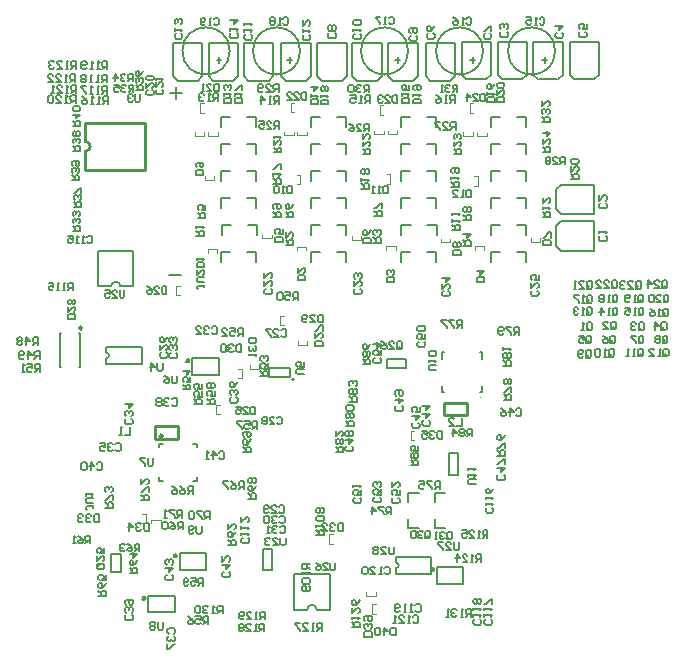
<source format=gbo>
G04 Layer_Color=48896*
%FSLAX25Y25*%
%MOIN*%
G70*
G01*
G75*
%ADD10C,0.00800*%
%ADD55C,0.01000*%
%ADD57C,0.01600*%
%ADD63C,0.00600*%
%ADD115C,0.00394*%
%ADD116C,0.00787*%
%ADD119C,0.00984*%
D10*
X94308Y104920D02*
G03*
X94308Y104920I-318J0D01*
G01*
D55*
X24800Y181100D02*
G03*
X24800Y184300I0J1600D01*
G01*
Y190574D02*
X44800D01*
X24800Y184400D02*
Y190574D01*
Y174826D02*
X44800D01*
Y190574D01*
X24800Y174900D02*
Y181100D01*
X144250Y93000D02*
Y95100D01*
Y93000D02*
X151950D01*
Y97200D01*
X144250D02*
X151950D01*
X144250Y95100D02*
Y97200D01*
X55550Y87400D02*
Y89500D01*
X47850D02*
X55550D01*
X47850Y85300D02*
Y89500D01*
Y85300D02*
X55550D01*
Y87400D01*
D57*
X140491Y41668D02*
G03*
X140491Y41668I-197J0D01*
G01*
X54791Y46268D02*
G03*
X54791Y46268I-197J0D01*
G01*
X44391Y32068D02*
G03*
X44391Y32068I-197J0D01*
G01*
X58991Y111268D02*
G03*
X58991Y111268I-197J0D01*
G01*
D63*
X50199Y201600D02*
X50599Y201200D01*
Y200400D01*
X50199Y200000D01*
X48600D01*
X48200Y200400D01*
Y201200D01*
X48600Y201600D01*
X48200Y203999D02*
Y202399D01*
X49799Y203999D01*
X50199D01*
X50599Y203599D01*
Y202799D01*
X50199Y202399D01*
X48200Y204798D02*
Y205598D01*
Y205198D01*
X50599D01*
X50199Y204798D01*
X133200Y76400D02*
X135599D01*
Y77600D01*
X135199Y78000D01*
X134400D01*
X134000Y77600D01*
Y76400D01*
Y77200D02*
X133200Y78000D01*
X135199Y78799D02*
X135599Y79199D01*
Y79999D01*
X135199Y80399D01*
X134800D01*
X134400Y79999D01*
X134000Y80399D01*
X133600D01*
X133200Y79999D01*
Y79199D01*
X133600Y78799D01*
X134000D01*
X134400Y79199D01*
X134800Y78799D01*
X135199D01*
X134400Y79199D02*
Y79999D01*
X135599Y82798D02*
Y81198D01*
X134400D01*
X134800Y81998D01*
Y82398D01*
X134400Y82798D01*
X133600D01*
X133200Y82398D01*
Y81598D01*
X133600Y81198D01*
X104000Y126599D02*
Y124000D01*
X102700D01*
X102267Y124433D01*
Y126166D01*
X102700Y126599D01*
X104000D01*
X99668Y124000D02*
X101401D01*
X99668Y125733D01*
Y126166D01*
X100101Y126599D01*
X100968D01*
X101401Y126166D01*
X98802Y124433D02*
X98369Y124000D01*
X97502D01*
X97069Y124433D01*
Y126166D01*
X97502Y126599D01*
X98369D01*
X98802Y126166D01*
Y125733D01*
X98369Y125300D01*
X97069D01*
X95700Y131400D02*
Y133999D01*
X94400D01*
X93967Y133566D01*
Y132700D01*
X94400Y132266D01*
X95700D01*
X94834D02*
X93967Y131400D01*
X91368Y133999D02*
X93101D01*
Y132700D01*
X92234Y133133D01*
X91801D01*
X91368Y132700D01*
Y131833D01*
X91801Y131400D01*
X92668D01*
X93101Y131833D01*
X90502Y133566D02*
X90069Y133999D01*
X89202D01*
X88769Y133566D01*
Y131833D01*
X89202Y131400D01*
X90069D01*
X90502Y131833D01*
Y133566D01*
X51800Y135999D02*
Y133600D01*
X50600D01*
X50200Y134000D01*
Y135599D01*
X50600Y135999D01*
X51800D01*
X47801Y133600D02*
X49401D01*
X47801Y135199D01*
Y135599D01*
X48201Y135999D01*
X49001D01*
X49401Y135599D01*
X45402Y135999D02*
X46202Y135599D01*
X47002Y134800D01*
Y134000D01*
X46602Y133600D01*
X45802D01*
X45402Y134000D01*
Y134400D01*
X45802Y134800D01*
X47002D01*
X57400Y101700D02*
X59799D01*
Y102900D01*
X59399Y103299D01*
X58600D01*
X58200Y102900D01*
Y101700D01*
Y102500D02*
X57400Y103299D01*
X59799Y105699D02*
Y104099D01*
X58600D01*
X59000Y104899D01*
Y105299D01*
X58600Y105699D01*
X57800D01*
X57400Y105299D01*
Y104499D01*
X57800Y104099D01*
X57400Y107698D02*
X59799D01*
X58600Y106498D01*
Y108098D01*
X97499Y106900D02*
X95500D01*
X95100Y107300D01*
Y108100D01*
X95500Y108500D01*
X97499D01*
Y110899D02*
Y109299D01*
X96300D01*
X96700Y110099D01*
Y110499D01*
X96300Y110899D01*
X95500D01*
X95100Y110499D01*
Y109699D01*
X95500Y109299D01*
X88600Y91999D02*
X89000Y92399D01*
X89800D01*
X90200Y91999D01*
Y90400D01*
X89800Y90000D01*
X89000D01*
X88600Y90400D01*
X86201Y90000D02*
X87801D01*
X86201Y91600D01*
Y91999D01*
X86601Y92399D01*
X87401D01*
X87801Y91999D01*
X85402D02*
X85002Y92399D01*
X84202D01*
X83802Y91999D01*
Y91600D01*
X84202Y91200D01*
X83802Y90800D01*
Y90400D01*
X84202Y90000D01*
X85002D01*
X85402Y90400D01*
Y90800D01*
X85002Y91200D01*
X85402Y91600D01*
Y91999D01*
X85002Y91200D02*
X84202D01*
X119600Y197100D02*
Y199699D01*
X118300D01*
X117867Y199266D01*
Y198400D01*
X118300Y197966D01*
X119600D01*
X118734D02*
X117867Y197100D01*
X117001D02*
X116134D01*
X116568D01*
Y199699D01*
X117001Y199266D01*
X113102Y199699D02*
X114835D01*
Y198400D01*
X113969Y198833D01*
X113535D01*
X113102Y198400D01*
Y197533D01*
X113535Y197100D01*
X114402D01*
X114835Y197533D01*
X120299Y19300D02*
X117700D01*
Y20600D01*
X118133Y21033D01*
X119866D01*
X120299Y20600D01*
Y19300D01*
X119866Y21899D02*
X120299Y22332D01*
Y23199D01*
X119866Y23632D01*
X119433D01*
X119000Y23199D01*
Y22765D01*
Y23199D01*
X118566Y23632D01*
X118133D01*
X117700Y23199D01*
Y22332D01*
X118133Y21899D01*
Y24498D02*
X117700Y24931D01*
Y25798D01*
X118133Y26231D01*
X119866D01*
X120299Y25798D01*
Y24931D01*
X119866Y24498D01*
X119433D01*
X119000Y24931D01*
Y26231D01*
X65800Y23400D02*
Y25999D01*
X64500D01*
X64067Y25566D01*
Y24700D01*
X64500Y24266D01*
X65800D01*
X64934D02*
X64067Y23400D01*
X61468Y25999D02*
X63201D01*
Y24700D01*
X62335Y25133D01*
X61901D01*
X61468Y24700D01*
Y23833D01*
X61901Y23400D01*
X62768D01*
X63201Y23833D01*
X58869Y25999D02*
X59735Y25566D01*
X60602Y24700D01*
Y23833D01*
X60168Y23400D01*
X59302D01*
X58869Y23833D01*
Y24266D01*
X59302Y24700D01*
X60602D01*
X50600Y24199D02*
Y22033D01*
X50167Y21600D01*
X49300D01*
X48867Y22033D01*
Y24199D01*
X48001Y23766D02*
X47568Y24199D01*
X46701D01*
X46268Y23766D01*
Y23333D01*
X46701Y22900D01*
X46268Y22466D01*
Y22033D01*
X46701Y21600D01*
X47568D01*
X48001Y22033D01*
Y22466D01*
X47568Y22900D01*
X48001Y23333D01*
Y23766D01*
X47568Y22900D02*
X46701D01*
X158800Y52300D02*
Y54699D01*
X157600D01*
X157201Y54299D01*
Y53500D01*
X157600Y53100D01*
X158800D01*
X158000D02*
X157201Y52300D01*
X156401D02*
X155601D01*
X156001D01*
Y54699D01*
X156401Y54299D01*
X152802Y52300D02*
X154401D01*
X152802Y53900D01*
Y54299D01*
X153202Y54699D01*
X154002D01*
X154401Y54299D01*
X150403Y54699D02*
X152002D01*
Y53500D01*
X151202Y53900D01*
X150803D01*
X150403Y53500D01*
Y52700D01*
X150803Y52300D01*
X151602D01*
X152002Y52700D01*
X156500Y44300D02*
Y46699D01*
X155300D01*
X154901Y46299D01*
Y45500D01*
X155300Y45100D01*
X156500D01*
X155700D02*
X154901Y44300D01*
X154101D02*
X153301D01*
X153701D01*
Y46699D01*
X154101Y46299D01*
X150502Y44300D02*
X152101D01*
X150502Y45900D01*
Y46299D01*
X150902Y46699D01*
X151702D01*
X152101Y46299D01*
X148503Y44300D02*
Y46699D01*
X149702Y45500D01*
X148103D01*
X145300Y52100D02*
Y53699D01*
X145700Y54099D01*
X146500D01*
X146900Y53699D01*
Y52100D01*
X146500Y51700D01*
X145700D01*
X146100Y52500D02*
X145300Y51700D01*
X145700D02*
X145300Y52100D01*
X144501Y53699D02*
X144101Y54099D01*
X143301D01*
X142901Y53699D01*
Y53299D01*
X143301Y52900D01*
X143701D01*
X143301D01*
X142901Y52500D01*
Y52100D01*
X143301Y51700D01*
X144101D01*
X144501Y52100D01*
X142102Y51700D02*
X141302D01*
X141702D01*
Y54099D01*
X142102Y53699D01*
X138101Y52500D02*
Y54099D01*
X138500Y54499D01*
X139300D01*
X139700Y54099D01*
Y52500D01*
X139300Y52100D01*
X138500D01*
X138900Y52900D02*
X138101Y52100D01*
X138500D02*
X138101Y52500D01*
X137301Y54099D02*
X136901Y54499D01*
X136101D01*
X135701Y54099D01*
Y53699D01*
X136101Y53300D01*
X136501D01*
X136101D01*
X135701Y52900D01*
Y52500D01*
X136101Y52100D01*
X136901D01*
X137301Y52500D01*
X134902Y54099D02*
X134502Y54499D01*
X133702D01*
X133302Y54099D01*
Y52500D01*
X133702Y52100D01*
X134502D01*
X134902Y52500D01*
Y54099D01*
X160299Y62199D02*
X160699Y61800D01*
Y61000D01*
X160299Y60600D01*
X158700D01*
X158300Y61000D01*
Y61800D01*
X158700Y62199D01*
X158300Y62999D02*
Y63799D01*
Y63399D01*
X160699D01*
X160299Y62999D01*
X158300Y64999D02*
Y65798D01*
Y65398D01*
X160699D01*
X160299Y64999D01*
X160699Y68597D02*
X160299Y67798D01*
X159500Y66998D01*
X158700D01*
X158300Y67398D01*
Y68198D01*
X158700Y68597D01*
X159100D01*
X159500Y68198D01*
Y66998D01*
X158000Y200199D02*
Y197800D01*
X156800D01*
X156401Y198200D01*
Y199799D01*
X156800Y200199D01*
X158000D01*
X154001Y197800D02*
X155601D01*
X154001Y199399D01*
Y199799D01*
X154401Y200199D01*
X155201D01*
X155601Y199799D01*
X152002Y197800D02*
Y200199D01*
X153202Y199000D01*
X151602D01*
X128700Y199699D02*
Y197300D01*
X127500D01*
X127101Y197700D01*
Y199299D01*
X127500Y199699D01*
X128700D01*
X124701Y197300D02*
X126301D01*
X124701Y198899D01*
Y199299D01*
X125101Y199699D01*
X125901D01*
X126301Y199299D01*
X123902D02*
X123502Y199699D01*
X122702D01*
X122302Y199299D01*
Y198899D01*
X122702Y198500D01*
X123102D01*
X122702D01*
X122302Y198100D01*
Y197700D01*
X122702Y197300D01*
X123502D01*
X123902Y197700D01*
X98400Y200699D02*
Y198300D01*
X97200D01*
X96801Y198700D01*
Y200299D01*
X97200Y200699D01*
X98400D01*
X94401Y198300D02*
X96001D01*
X94401Y199899D01*
Y200299D01*
X94801Y200699D01*
X95601D01*
X96001Y200299D01*
X92002Y198300D02*
X93602D01*
X92002Y199899D01*
Y200299D01*
X92402Y200699D01*
X93202D01*
X93602Y200299D01*
X69200Y203599D02*
Y201200D01*
X68000D01*
X67601Y201600D01*
Y203199D01*
X68000Y203599D01*
X69200D01*
X65201Y201200D02*
X66801D01*
X65201Y202800D01*
Y203199D01*
X65601Y203599D01*
X66401D01*
X66801Y203199D01*
X64402Y201200D02*
X63602D01*
X64002D01*
Y203599D01*
X64402Y203199D01*
X164399Y197500D02*
X162000D01*
Y198700D01*
X162400Y199100D01*
X163999D01*
X164399Y198700D01*
Y197500D01*
X162000Y201499D02*
Y199899D01*
X163600Y201499D01*
X163999D01*
X164399Y201099D01*
Y200299D01*
X163999Y199899D01*
Y202298D02*
X164399Y202698D01*
Y203498D01*
X163999Y203898D01*
X162400D01*
X162000Y203498D01*
Y202698D01*
X162400Y202298D01*
X163999D01*
X136499Y197000D02*
X134100D01*
Y198200D01*
X134500Y198600D01*
X136099D01*
X136499Y198200D01*
Y197000D01*
X134100Y199399D02*
Y200199D01*
Y199799D01*
X136499D01*
X136099Y199399D01*
X134500Y201399D02*
X134100Y201798D01*
Y202598D01*
X134500Y202998D01*
X136099D01*
X136499Y202598D01*
Y201798D01*
X136099Y201399D01*
X135699D01*
X135300Y201798D01*
Y202998D01*
X105699Y196700D02*
X103300D01*
Y197900D01*
X103700Y198300D01*
X105299D01*
X105699Y197900D01*
Y196700D01*
X103300Y199099D02*
Y199899D01*
Y199499D01*
X105699D01*
X105299Y199099D01*
Y201099D02*
X105699Y201498D01*
Y202298D01*
X105299Y202698D01*
X104900D01*
X104500Y202298D01*
X104100Y202698D01*
X103700D01*
X103300Y202298D01*
Y201498D01*
X103700Y201099D01*
X104100D01*
X104500Y201498D01*
X104900Y201099D01*
X105299D01*
X104500Y201498D02*
Y202298D01*
X76899Y197200D02*
X74500D01*
Y198400D01*
X74900Y198800D01*
X76499D01*
X76899Y198400D01*
Y197200D01*
X74500Y199599D02*
Y200399D01*
Y199999D01*
X76899D01*
X76499Y199599D01*
X76899Y201599D02*
Y203198D01*
X76499D01*
X74900Y201599D01*
X74500D01*
X84500Y25000D02*
Y27399D01*
X83300D01*
X82901Y26999D01*
Y26200D01*
X83300Y25800D01*
X84500D01*
X83700D02*
X82901Y25000D01*
X82101D02*
X81301D01*
X81701D01*
Y27399D01*
X82101Y26999D01*
X78502Y25000D02*
X80101D01*
X78502Y26599D01*
Y26999D01*
X78902Y27399D01*
X79702D01*
X80101Y26999D01*
X77702Y25400D02*
X77302Y25000D01*
X76503D01*
X76103Y25400D01*
Y26999D01*
X76503Y27399D01*
X77302D01*
X77702Y26999D01*
Y26599D01*
X77302Y26200D01*
X76103D01*
X84300Y21000D02*
Y23399D01*
X83100D01*
X82701Y22999D01*
Y22200D01*
X83100Y21800D01*
X84300D01*
X83500D02*
X82701Y21000D01*
X81901D02*
X81101D01*
X81501D01*
Y23399D01*
X81901Y22999D01*
X78302Y21000D02*
X79901D01*
X78302Y22600D01*
Y22999D01*
X78702Y23399D01*
X79502D01*
X79901Y22999D01*
X77502D02*
X77102Y23399D01*
X76303D01*
X75903Y22999D01*
Y22600D01*
X76303Y22200D01*
X75903Y21800D01*
Y21400D01*
X76303Y21000D01*
X77102D01*
X77502Y21400D01*
Y21800D01*
X77102Y22200D01*
X77502Y22600D01*
Y22999D01*
X77102Y22200D02*
X76303D01*
X78966Y52133D02*
X79399Y51700D01*
Y50833D01*
X78966Y50400D01*
X77233D01*
X76800Y50833D01*
Y51700D01*
X77233Y52133D01*
X76800Y52999D02*
Y53865D01*
Y53432D01*
X79399D01*
X78966Y52999D01*
X76800Y55165D02*
Y56032D01*
Y55598D01*
X79399D01*
X78966Y55165D01*
X76800Y59064D02*
Y57331D01*
X78533Y59064D01*
X78966D01*
X79399Y58631D01*
Y57764D01*
X78966Y57331D01*
X119200Y187700D02*
Y190099D01*
X118000D01*
X117601Y189699D01*
Y188900D01*
X118000Y188500D01*
X119200D01*
X118400D02*
X117601Y187700D01*
X115201D02*
X116801D01*
X115201Y189299D01*
Y189699D01*
X115601Y190099D01*
X116401D01*
X116801Y189699D01*
X112802Y190099D02*
X113602Y189699D01*
X114402Y188900D01*
Y188100D01*
X114002Y187700D01*
X113202D01*
X112802Y188100D01*
Y188500D01*
X113202Y188900D01*
X114402D01*
X89200Y188600D02*
Y190999D01*
X88000D01*
X87600Y190599D01*
Y189800D01*
X88000Y189400D01*
X89200D01*
X88400D02*
X87600Y188600D01*
X85201D02*
X86801D01*
X85201Y190199D01*
Y190599D01*
X85601Y190999D01*
X86401D01*
X86801Y190599D01*
X82802Y190999D02*
X84402D01*
Y189800D01*
X83602Y190199D01*
X83202D01*
X82802Y189800D01*
Y189000D01*
X83202Y188600D01*
X84002D01*
X84402Y189000D01*
X148800Y200900D02*
Y203299D01*
X147600D01*
X147201Y202899D01*
Y202100D01*
X147600Y201700D01*
X148800D01*
X148000D02*
X147201Y200900D01*
X146401Y202899D02*
X146001Y203299D01*
X145201D01*
X144801Y202899D01*
Y202500D01*
X145201Y202100D01*
X145601D01*
X145201D01*
X144801Y201700D01*
Y201300D01*
X145201Y200900D01*
X146001D01*
X146401Y201300D01*
X144002Y200900D02*
X143202D01*
X143602D01*
Y203299D01*
X144002Y202899D01*
X184600Y176700D02*
Y179099D01*
X183400D01*
X183001Y178699D01*
Y177900D01*
X183400Y177500D01*
X184600D01*
X183800D02*
X183001Y176700D01*
X180601D02*
X182201D01*
X180601Y178299D01*
Y178699D01*
X181001Y179099D01*
X181801D01*
X182201Y178699D01*
X179802D02*
X179402Y179099D01*
X178602D01*
X178202Y178699D01*
Y178299D01*
X178602Y177900D01*
X178202Y177500D01*
Y177100D01*
X178602Y176700D01*
X179402D01*
X179802Y177100D01*
Y177500D01*
X179402Y177900D01*
X179802Y178299D01*
Y178699D01*
X179402Y177900D02*
X178602D01*
X199367Y113033D02*
Y114766D01*
X199800Y115199D01*
X200667D01*
X201100Y114766D01*
Y113033D01*
X200667Y112600D01*
X199800D01*
X200234Y113466D02*
X199367Y112600D01*
X199800D02*
X199367Y113033D01*
X198501Y112600D02*
X197634D01*
X198068D01*
Y115199D01*
X198501Y114766D01*
X196335D02*
X195902Y115199D01*
X195035D01*
X194602Y114766D01*
Y113033D01*
X195035Y112600D01*
X195902D01*
X196335Y113033D01*
Y114766D01*
X191667Y112733D02*
Y114466D01*
X192100Y114899D01*
X192967D01*
X193400Y114466D01*
Y112733D01*
X192967Y112300D01*
X192100D01*
X192534Y113166D02*
X191667Y112300D01*
X192100D02*
X191667Y112733D01*
X190801D02*
X190368Y112300D01*
X189501D01*
X189068Y112733D01*
Y114466D01*
X189501Y114899D01*
X190368D01*
X190801Y114466D01*
Y114033D01*
X190368Y113600D01*
X189068D01*
X66867Y122266D02*
X67300Y122699D01*
X68167D01*
X68600Y122266D01*
Y120533D01*
X68167Y120100D01*
X67300D01*
X66867Y120533D01*
X66001Y122266D02*
X65568Y122699D01*
X64701D01*
X64268Y122266D01*
Y121833D01*
X64701Y121400D01*
X65135D01*
X64701D01*
X64268Y120966D01*
Y120533D01*
X64701Y120100D01*
X65568D01*
X66001Y120533D01*
X61669Y120100D02*
X63402D01*
X61669Y121833D01*
Y122266D01*
X62102Y122699D01*
X62968D01*
X63402Y122266D01*
X159966Y25033D02*
X160399Y24600D01*
Y23733D01*
X159966Y23300D01*
X158233D01*
X157800Y23733D01*
Y24600D01*
X158233Y25033D01*
X157800Y25899D02*
Y26766D01*
Y26332D01*
X160399D01*
X159966Y25899D01*
X157800Y28065D02*
Y28931D01*
Y28498D01*
X160399D01*
X159966Y28065D01*
X160399Y30231D02*
Y31964D01*
X159966D01*
X158233Y30231D01*
X157800D01*
X176900Y190800D02*
X179499D01*
Y192100D01*
X179066Y192533D01*
X178200D01*
X177766Y192100D01*
Y190800D01*
Y191666D02*
X176900Y192533D01*
X179066Y193399D02*
X179499Y193832D01*
Y194699D01*
X179066Y195132D01*
X178633D01*
X178200Y194699D01*
Y194266D01*
Y194699D01*
X177766Y195132D01*
X177333D01*
X176900Y194699D01*
Y193832D01*
X177333Y193399D01*
X176900Y197731D02*
Y195998D01*
X178633Y197731D01*
X179066D01*
X179499Y197298D01*
Y196432D01*
X179066Y195998D01*
X77300Y119400D02*
Y121999D01*
X76000D01*
X75567Y121566D01*
Y120700D01*
X76000Y120266D01*
X77300D01*
X76434D02*
X75567Y119400D01*
X72968Y121999D02*
X74701D01*
Y120700D01*
X73835Y121133D01*
X73401D01*
X72968Y120700D01*
Y119833D01*
X73401Y119400D01*
X74268D01*
X74701Y119833D01*
X70369Y119400D02*
X72102D01*
X70369Y121133D01*
Y121566D01*
X70802Y121999D01*
X71668D01*
X72102Y121566D01*
X208967Y113133D02*
Y114866D01*
X209400Y115299D01*
X210267D01*
X210700Y114866D01*
Y113133D01*
X210267Y112700D01*
X209400D01*
X209834Y113566D02*
X208967Y112700D01*
X209400D02*
X208967Y113133D01*
X208101Y112700D02*
X207235D01*
X207668D01*
Y115299D01*
X208101Y114866D01*
X205935Y112700D02*
X205068D01*
X205502D01*
Y115299D01*
X205935Y114866D01*
X199967Y122133D02*
Y123866D01*
X200400Y124299D01*
X201267D01*
X201700Y123866D01*
Y122133D01*
X201267Y121700D01*
X200400D01*
X200834Y122566D02*
X199967Y121700D01*
X200400D02*
X199967Y122133D01*
X197368Y121700D02*
X199101D01*
X197368Y123433D01*
Y123866D01*
X197801Y124299D01*
X198668D01*
X199101Y123866D01*
X9700Y107500D02*
Y110099D01*
X8400D01*
X7967Y109666D01*
Y108800D01*
X8400Y108366D01*
X9700D01*
X8834D02*
X7967Y107500D01*
X5368Y110099D02*
X7101D01*
Y108800D01*
X6234Y109233D01*
X5801D01*
X5368Y108800D01*
Y107933D01*
X5801Y107500D01*
X6668D01*
X7101Y107933D01*
X4502Y107500D02*
X3635D01*
X4069D01*
Y110099D01*
X4502Y109666D01*
X119400Y200700D02*
Y203299D01*
X118100D01*
X117667Y202866D01*
Y202000D01*
X118100Y201566D01*
X119400D01*
X118534D02*
X117667Y200700D01*
X116801Y202866D02*
X116368Y203299D01*
X115501D01*
X115068Y202866D01*
Y202433D01*
X115501Y202000D01*
X115934D01*
X115501D01*
X115068Y201566D01*
Y201133D01*
X115501Y200700D01*
X116368D01*
X116801Y201133D01*
X114202Y202866D02*
X113768Y203299D01*
X112902D01*
X112469Y202866D01*
Y201133D01*
X112902Y200700D01*
X113768D01*
X114202Y201133D01*
Y202866D01*
X148000Y197200D02*
Y199799D01*
X146700D01*
X146267Y199366D01*
Y198500D01*
X146700Y198066D01*
X148000D01*
X147134D02*
X146267Y197200D01*
X145401D02*
X144534D01*
X144968D01*
Y199799D01*
X145401Y199366D01*
X141502Y199799D02*
X142368Y199366D01*
X143235Y198500D01*
Y197633D01*
X142802Y197200D01*
X141935D01*
X141502Y197633D01*
Y198066D01*
X141935Y198500D01*
X143235D01*
X89400Y196900D02*
Y199499D01*
X88100D01*
X87667Y199066D01*
Y198200D01*
X88100Y197766D01*
X89400D01*
X88534D02*
X87667Y196900D01*
X86801D02*
X85935D01*
X86368D01*
Y199499D01*
X86801Y199066D01*
X83335Y196900D02*
Y199499D01*
X84635Y198200D01*
X82902D01*
X69100Y197800D02*
Y200399D01*
X67800D01*
X67367Y199966D01*
Y199100D01*
X67800Y198666D01*
X69100D01*
X68234D02*
X67367Y197800D01*
X66501D02*
X65635D01*
X66068D01*
Y200399D01*
X66501Y199966D01*
X64335D02*
X63902Y200399D01*
X63035D01*
X62602Y199966D01*
Y199533D01*
X63035Y199100D01*
X63468D01*
X63035D01*
X62602Y198666D01*
Y198233D01*
X63035Y197800D01*
X63902D01*
X64335Y198233D01*
X177200Y159100D02*
X179799D01*
Y160400D01*
X179366Y160833D01*
X178500D01*
X178066Y160400D01*
Y159100D01*
Y159966D02*
X177200Y160833D01*
Y161699D02*
Y162566D01*
Y162132D01*
X179799D01*
X179366Y161699D01*
X177200Y165598D02*
Y163865D01*
X178933Y165598D01*
X179366D01*
X179799Y165165D01*
Y164298D01*
X179366Y163865D01*
X146800Y169100D02*
X149399D01*
Y170400D01*
X148966Y170833D01*
X148100D01*
X147666Y170400D01*
Y169100D01*
Y169966D02*
X146800Y170833D01*
Y171699D02*
Y172566D01*
Y172132D01*
X149399D01*
X148966Y171699D01*
X147233Y173865D02*
X146800Y174298D01*
Y175165D01*
X147233Y175598D01*
X148966D01*
X149399Y175165D01*
Y174298D01*
X148966Y173865D01*
X148533D01*
X148100Y174298D01*
Y175598D01*
X147000Y154900D02*
X149599D01*
Y156200D01*
X149166Y156633D01*
X148300D01*
X147866Y156200D01*
Y154900D01*
Y155766D02*
X147000Y156633D01*
Y157499D02*
Y158366D01*
Y157932D01*
X149599D01*
X149166Y157499D01*
X147000Y159665D02*
Y160531D01*
Y160098D01*
X149599D01*
X149166Y159665D01*
X87300Y170300D02*
X89899D01*
Y171600D01*
X89466Y172033D01*
X88600D01*
X88166Y171600D01*
Y170300D01*
Y171166D02*
X87300Y172033D01*
Y172899D02*
Y173766D01*
Y173332D01*
X89899D01*
X89466Y172899D01*
X89899Y175065D02*
Y176798D01*
X89466D01*
X87733Y175065D01*
X87300D01*
Y159100D02*
X89899D01*
Y160400D01*
X89466Y160833D01*
X88600D01*
X88166Y160400D01*
Y159100D01*
Y159966D02*
X87300Y160833D01*
X87733Y161699D02*
X87300Y162132D01*
Y162999D01*
X87733Y163432D01*
X89466D01*
X89899Y162999D01*
Y162132D01*
X89466Y161699D01*
X89033D01*
X88600Y162132D01*
Y163432D01*
X121100Y159500D02*
X123699D01*
Y160800D01*
X123266Y161233D01*
X122400D01*
X121966Y160800D01*
Y159500D01*
Y160366D02*
X121100Y161233D01*
X123699Y162099D02*
Y163832D01*
X123266D01*
X121533Y162099D01*
X121100D01*
X91500Y159100D02*
X94099D01*
Y160400D01*
X93666Y160833D01*
X92800D01*
X92366Y160400D01*
Y159100D01*
Y159966D02*
X91500Y160833D01*
X94099Y163432D02*
X93666Y162566D01*
X92800Y161699D01*
X91933D01*
X91500Y162132D01*
Y162999D01*
X91933Y163432D01*
X92366D01*
X92800Y162999D01*
Y161699D01*
X62200Y158800D02*
X64799D01*
Y160100D01*
X64366Y160533D01*
X63500D01*
X63066Y160100D01*
Y158800D01*
Y159666D02*
X62200Y160533D01*
X64799Y163132D02*
Y161399D01*
X63500D01*
X63933Y162266D01*
Y162699D01*
X63500Y163132D01*
X62633D01*
X62200Y162699D01*
Y161832D01*
X62633Y161399D01*
X217067Y135833D02*
Y137566D01*
X217500Y137999D01*
X218367D01*
X218800Y137566D01*
Y135833D01*
X218367Y135400D01*
X217500D01*
X217934Y136266D02*
X217067Y135400D01*
X217500D02*
X217067Y135833D01*
X214468Y135400D02*
X216201D01*
X214468Y137133D01*
Y137566D01*
X214901Y137999D01*
X215768D01*
X216201Y137566D01*
X212302Y135400D02*
Y137999D01*
X213602Y136700D01*
X211869D01*
X200267Y135833D02*
Y137566D01*
X200700Y137999D01*
X201567D01*
X202000Y137566D01*
Y135833D01*
X201567Y135400D01*
X200700D01*
X201134Y136266D02*
X200267Y135400D01*
X200700D02*
X200267Y135833D01*
X197668Y135400D02*
X199401D01*
X197668Y137133D01*
Y137566D01*
X198101Y137999D01*
X198968D01*
X199401Y137566D01*
X195069Y135400D02*
X196802D01*
X195069Y137133D01*
Y137566D01*
X195502Y137999D01*
X196369D01*
X196802Y137566D01*
X191867Y135733D02*
Y137466D01*
X192300Y137899D01*
X193167D01*
X193600Y137466D01*
Y135733D01*
X193167Y135300D01*
X192300D01*
X192734Y136166D02*
X191867Y135300D01*
X192300D02*
X191867Y135733D01*
X189268Y135300D02*
X191001D01*
X189268Y137033D01*
Y137466D01*
X189701Y137899D01*
X190568D01*
X191001Y137466D01*
X188402Y135300D02*
X187535D01*
X187969D01*
Y137899D01*
X188402Y137466D01*
X217467Y113133D02*
Y114866D01*
X217900Y115299D01*
X218767D01*
X219200Y114866D01*
Y113133D01*
X218767Y112700D01*
X217900D01*
X218334Y113566D02*
X217467Y112700D01*
X217900D02*
X217467Y113133D01*
X216601Y112700D02*
X215735D01*
X216168D01*
Y115299D01*
X216601Y114866D01*
X212702Y112700D02*
X214435D01*
X212702Y114433D01*
Y114866D01*
X213135Y115299D01*
X214002D01*
X214435Y114866D01*
X216767Y121933D02*
Y123666D01*
X217200Y124099D01*
X218067D01*
X218500Y123666D01*
Y121933D01*
X218067Y121500D01*
X217200D01*
X217634Y122366D02*
X216767Y121500D01*
X217200D02*
X216767Y121933D01*
X214601Y121500D02*
Y124099D01*
X215901Y122800D01*
X214168D01*
X209267Y121833D02*
Y123566D01*
X209700Y123999D01*
X210567D01*
X211000Y123566D01*
Y121833D01*
X210567Y121400D01*
X209700D01*
X210134Y122266D02*
X209267Y121400D01*
X209700D02*
X209267Y121833D01*
X208401Y123566D02*
X207968Y123999D01*
X207101D01*
X206668Y123566D01*
Y123133D01*
X207101Y122700D01*
X207535D01*
X207101D01*
X206668Y122266D01*
Y121833D01*
X207101Y121400D01*
X207968D01*
X208401Y121833D01*
X191867D02*
Y123566D01*
X192300Y123999D01*
X193167D01*
X193600Y123566D01*
Y121833D01*
X193167Y121400D01*
X192300D01*
X192734Y122266D02*
X191867Y121400D01*
X192300D02*
X191867Y121833D01*
X191001Y121400D02*
X190134D01*
X190568D01*
Y123999D01*
X191001Y123566D01*
X179899Y149700D02*
X177300D01*
Y151000D01*
X177733Y151433D01*
X179466D01*
X179899Y151000D01*
Y149700D01*
Y152299D02*
Y154032D01*
X179466D01*
X177733Y152299D01*
X177300D01*
X149899Y146400D02*
X147300D01*
Y147700D01*
X147733Y148133D01*
X149466D01*
X149899Y147700D01*
Y146400D01*
X149466Y148999D02*
X149899Y149432D01*
Y150299D01*
X149466Y150732D01*
X149033D01*
X148600Y150299D01*
X148166Y150732D01*
X147733D01*
X147300Y150299D01*
Y149432D01*
X147733Y148999D01*
X148166D01*
X148600Y149432D01*
X149033Y148999D01*
X149466D01*
X148600Y149432D02*
Y150299D01*
X119899Y150400D02*
X117300D01*
Y151700D01*
X117733Y152133D01*
X119466D01*
X119899Y151700D01*
Y150400D01*
Y154732D02*
X119466Y153866D01*
X118600Y152999D01*
X117733D01*
X117300Y153432D01*
Y154299D01*
X117733Y154732D01*
X118166D01*
X118600Y154299D01*
Y152999D01*
X90499Y150900D02*
X87900D01*
Y152200D01*
X88333Y152633D01*
X90066D01*
X90499Y152200D01*
Y150900D01*
Y155232D02*
Y153499D01*
X89200D01*
X89633Y154366D01*
Y154799D01*
X89200Y155232D01*
X88333D01*
X87900Y154799D01*
Y153932D01*
X88333Y153499D01*
X175466Y134633D02*
X175899Y134200D01*
Y133333D01*
X175466Y132900D01*
X173733D01*
X173300Y133333D01*
Y134200D01*
X173733Y134633D01*
X173300Y137232D02*
Y135499D01*
X175033Y137232D01*
X175466D01*
X175899Y136799D01*
Y135932D01*
X175466Y135499D01*
X175899Y139831D02*
Y138098D01*
X174600D01*
X175033Y138965D01*
Y139398D01*
X174600Y139831D01*
X173733D01*
X173300Y139398D01*
Y138531D01*
X173733Y138098D01*
X116466Y135133D02*
X116899Y134700D01*
Y133833D01*
X116466Y133400D01*
X114733D01*
X114300Y133833D01*
Y134700D01*
X114733Y135133D01*
X114300Y137732D02*
Y135999D01*
X116033Y137732D01*
X116466D01*
X116899Y137299D01*
Y136432D01*
X116466Y135999D01*
Y138598D02*
X116899Y139032D01*
Y139898D01*
X116466Y140331D01*
X116033D01*
X115600Y139898D01*
Y139465D01*
Y139898D01*
X115166Y140331D01*
X114733D01*
X114300Y139898D01*
Y139032D01*
X114733Y138598D01*
X86566Y135233D02*
X86999Y134800D01*
Y133933D01*
X86566Y133500D01*
X84833D01*
X84400Y133933D01*
Y134800D01*
X84833Y135233D01*
X84400Y137832D02*
Y136099D01*
X86133Y137832D01*
X86566D01*
X86999Y137399D01*
Y136532D01*
X86566Y136099D01*
X84400Y140431D02*
Y138698D01*
X86133Y140431D01*
X86566D01*
X86999Y139998D01*
Y139131D01*
X86566Y138698D01*
X21700Y208600D02*
Y211199D01*
X20400D01*
X19967Y210766D01*
Y209900D01*
X20400Y209466D01*
X21700D01*
X20834D02*
X19967Y208600D01*
X19101D02*
X18235D01*
X18668D01*
Y211199D01*
X19101Y210766D01*
X15202Y208600D02*
X16935D01*
X15202Y210333D01*
Y210766D01*
X15635Y211199D01*
X16502D01*
X16935Y210766D01*
X14336D02*
X13903Y211199D01*
X13036D01*
X12603Y210766D01*
Y210333D01*
X13036Y209900D01*
X13469D01*
X13036D01*
X12603Y209466D01*
Y209033D01*
X13036Y208600D01*
X13903D01*
X14336Y209033D01*
X21400Y204100D02*
Y206699D01*
X20100D01*
X19667Y206266D01*
Y205400D01*
X20100Y204966D01*
X21400D01*
X20534D02*
X19667Y204100D01*
X18801D02*
X17934D01*
X18368D01*
Y206699D01*
X18801Y206266D01*
X14902Y204100D02*
X16635D01*
X14902Y205833D01*
Y206266D01*
X15335Y206699D01*
X16202D01*
X16635Y206266D01*
X12303Y204100D02*
X14036D01*
X12303Y205833D01*
Y206266D01*
X12736Y206699D01*
X13602D01*
X14036Y206266D01*
X21700Y200400D02*
Y202999D01*
X20400D01*
X19967Y202566D01*
Y201700D01*
X20400Y201266D01*
X21700D01*
X20834D02*
X19967Y200400D01*
X19101D02*
X18235D01*
X18668D01*
Y202999D01*
X19101Y202566D01*
X15202Y200400D02*
X16935D01*
X15202Y202133D01*
Y202566D01*
X15635Y202999D01*
X16502D01*
X16935Y202566D01*
X14336Y200400D02*
X13469D01*
X13903D01*
Y202999D01*
X14336Y202566D01*
X21500Y197100D02*
Y199699D01*
X20200D01*
X19767Y199266D01*
Y198400D01*
X20200Y197966D01*
X21500D01*
X20634D02*
X19767Y197100D01*
X18901D02*
X18034D01*
X18468D01*
Y199699D01*
X18901Y199266D01*
X15002Y197100D02*
X16735D01*
X15002Y198833D01*
Y199266D01*
X15435Y199699D01*
X16302D01*
X16735Y199266D01*
X14136D02*
X13702Y199699D01*
X12836D01*
X12403Y199266D01*
Y197533D01*
X12836Y197100D01*
X13702D01*
X14136Y197533D01*
Y199266D01*
X150200Y92099D02*
Y89500D01*
X148467D01*
X145868D02*
X147601D01*
X145868Y91233D01*
Y91666D01*
X146301Y92099D01*
X147168D01*
X147601Y91666D01*
X169400Y119900D02*
Y122499D01*
X168100D01*
X167667Y122066D01*
Y121200D01*
X168100Y120766D01*
X169400D01*
X168534D02*
X167667Y119900D01*
X166801Y122499D02*
X165068D01*
Y122066D01*
X166801Y120333D01*
Y119900D01*
X164202Y120333D02*
X163768Y119900D01*
X162902D01*
X162469Y120333D01*
Y122066D01*
X162902Y122499D01*
X163768D01*
X164202Y122066D01*
Y121633D01*
X163768Y121200D01*
X162469D01*
X110600Y56999D02*
Y54400D01*
X109300D01*
X108867Y54833D01*
Y56566D01*
X109300Y56999D01*
X110600D01*
X108001Y56566D02*
X107568Y56999D01*
X106701D01*
X106268Y56566D01*
Y56133D01*
X106701Y55700D01*
X107134D01*
X106701D01*
X106268Y55266D01*
Y54833D01*
X106701Y54400D01*
X107568D01*
X108001Y54833D01*
X103669Y54400D02*
X105402D01*
X103669Y56133D01*
Y56566D01*
X104102Y56999D01*
X104969D01*
X105402Y56566D01*
X55400Y106299D02*
Y104133D01*
X54967Y103700D01*
X54100D01*
X53667Y104133D01*
Y106299D01*
X51068D02*
X51934Y105866D01*
X52801Y105000D01*
Y104133D01*
X52368Y103700D01*
X51501D01*
X51068Y104133D01*
Y104566D01*
X51501Y105000D01*
X52801D01*
X103700Y21200D02*
Y23799D01*
X102400D01*
X101967Y23366D01*
Y22500D01*
X102400Y22066D01*
X103700D01*
X102834D02*
X101967Y21200D01*
X101101D02*
X100234D01*
X100668D01*
Y23799D01*
X101101Y23366D01*
X97202Y21200D02*
X98935D01*
X97202Y22933D01*
Y23366D01*
X97635Y23799D01*
X98502D01*
X98935Y23366D01*
X96336Y23799D02*
X94603D01*
Y23366D01*
X96336Y21633D01*
Y21200D01*
X45900Y57199D02*
Y54600D01*
X44600D01*
X44167Y55033D01*
Y56766D01*
X44600Y57199D01*
X45900D01*
X43301Y56766D02*
X42868Y57199D01*
X42001D01*
X41568Y56766D01*
Y56333D01*
X42001Y55900D01*
X42434D01*
X42001D01*
X41568Y55466D01*
Y55033D01*
X42001Y54600D01*
X42868D01*
X43301Y55033D01*
X39402Y54600D02*
Y57199D01*
X40702Y55900D01*
X38969D01*
X79201Y118800D02*
X81800D01*
Y117500D01*
X81367Y117067D01*
X79634D01*
X79201Y117500D01*
Y118800D01*
X79634Y116201D02*
X79201Y115768D01*
Y114901D01*
X79634Y114468D01*
X80067D01*
X80500Y114901D01*
Y115334D01*
Y114901D01*
X80934Y114468D01*
X81367D01*
X81800Y114901D01*
Y115768D01*
X81367Y116201D01*
X81800Y113602D02*
Y112735D01*
Y113169D01*
X79201D01*
X79634Y113602D01*
X50500Y110499D02*
Y108333D01*
X50067Y107900D01*
X49200D01*
X48767Y108333D01*
Y110499D01*
X46601Y107900D02*
Y110499D01*
X47901Y109200D01*
X46168D01*
X108200Y80800D02*
X110799D01*
Y82100D01*
X110366Y82533D01*
X109500D01*
X109066Y82100D01*
Y80800D01*
Y81666D02*
X108200Y82533D01*
X110366Y83399D02*
X110799Y83832D01*
Y84699D01*
X110366Y85132D01*
X109933D01*
X109500Y84699D01*
X109066Y85132D01*
X108633D01*
X108200Y84699D01*
Y83832D01*
X108633Y83399D01*
X109066D01*
X109500Y83832D01*
X109933Y83399D01*
X110366D01*
X109500Y83832D02*
Y84699D01*
X108200Y87731D02*
Y85998D01*
X109933Y87731D01*
X110366D01*
X110799Y87298D01*
Y86431D01*
X110366Y85998D01*
X63500Y56199D02*
Y54033D01*
X63067Y53600D01*
X62200D01*
X61767Y54033D01*
Y56199D01*
X60901Y54033D02*
X60468Y53600D01*
X59601D01*
X59168Y54033D01*
Y55766D01*
X59601Y56199D01*
X60468D01*
X60901Y55766D01*
Y55333D01*
X60468Y54900D01*
X59168D01*
X133967Y25966D02*
X134400Y26399D01*
X135267D01*
X135700Y25966D01*
Y24233D01*
X135267Y23800D01*
X134400D01*
X133967Y24233D01*
X133101Y23800D02*
X132234D01*
X132668D01*
Y26399D01*
X133101Y25966D01*
X129202Y23800D02*
X130935D01*
X129202Y25533D01*
Y25966D01*
X129635Y26399D01*
X130502D01*
X130935Y25966D01*
X128336Y23800D02*
X127469D01*
X127902D01*
Y26399D01*
X128336Y25966D01*
X128667Y115533D02*
Y117266D01*
X129100Y117699D01*
X129967D01*
X130400Y117266D01*
Y115533D01*
X129967Y115100D01*
X129100D01*
X129534Y115966D02*
X128667Y115100D01*
X129100D02*
X128667Y115533D01*
X126068Y115100D02*
X127801D01*
X126068Y116833D01*
Y117266D01*
X126501Y117699D01*
X127368D01*
X127801Y117266D01*
X123469Y117699D02*
X124335Y117266D01*
X125202Y116400D01*
Y115533D01*
X124768Y115100D01*
X123902D01*
X123469Y115533D01*
Y115966D01*
X123902Y116400D01*
X125202D01*
X111600Y89400D02*
X114199D01*
Y90700D01*
X113766Y91133D01*
X112900D01*
X112466Y90700D01*
Y89400D01*
Y90266D02*
X111600Y91133D01*
X113766Y91999D02*
X114199Y92432D01*
Y93299D01*
X113766Y93732D01*
X113333D01*
X112900Y93299D01*
X112466Y93732D01*
X112033D01*
X111600Y93299D01*
Y92432D01*
X112033Y91999D01*
X112466D01*
X112900Y92432D01*
X113333Y91999D01*
X113766D01*
X112900Y92432D02*
Y93299D01*
X113766Y94598D02*
X114199Y95031D01*
Y95898D01*
X113766Y96331D01*
X112033D01*
X111600Y95898D01*
Y95031D01*
X112033Y94598D01*
X113766D01*
X156266Y25033D02*
X156699Y24600D01*
Y23733D01*
X156266Y23300D01*
X154533D01*
X154100Y23733D01*
Y24600D01*
X154533Y25033D01*
X154100Y25899D02*
Y26766D01*
Y26332D01*
X156699D01*
X156266Y25899D01*
X154100Y28065D02*
Y28931D01*
Y28498D01*
X156699D01*
X156266Y28065D01*
Y30231D02*
X156699Y30664D01*
Y31531D01*
X156266Y31964D01*
X155833D01*
X155400Y31531D01*
X154966Y31964D01*
X154533D01*
X154100Y31531D01*
Y30664D01*
X154533Y30231D01*
X154966D01*
X155400Y30664D01*
X155833Y30231D01*
X156266D01*
X155400Y30664D02*
Y31531D01*
X90067Y121366D02*
X90500Y121799D01*
X91367D01*
X91800Y121366D01*
Y119633D01*
X91367Y119200D01*
X90500D01*
X90067Y119633D01*
X87468Y119200D02*
X89201D01*
X87468Y120933D01*
Y121366D01*
X87901Y121799D01*
X88768D01*
X89201Y121366D01*
X86602Y121799D02*
X84869D01*
Y121366D01*
X86602Y119633D01*
Y119200D01*
X53667Y98366D02*
X54100Y98799D01*
X54967D01*
X55400Y98366D01*
Y96633D01*
X54967Y96200D01*
X54100D01*
X53667Y96633D01*
X52801Y98366D02*
X52368Y98799D01*
X51501D01*
X51068Y98366D01*
Y97933D01*
X51501Y97500D01*
X51934D01*
X51501D01*
X51068Y97066D01*
Y96633D01*
X51501Y96200D01*
X52368D01*
X52801Y96633D01*
X50202Y98366D02*
X49768Y98799D01*
X48902D01*
X48469Y98366D01*
Y97933D01*
X48902Y97500D01*
X48469Y97066D01*
Y96633D01*
X48902Y96200D01*
X49768D01*
X50202Y96633D01*
Y97066D01*
X49768Y97500D01*
X50202Y97933D01*
Y98366D01*
X49768Y97500D02*
X48902D01*
X164166Y73233D02*
X164599Y72800D01*
Y71933D01*
X164166Y71500D01*
X162433D01*
X162000Y71933D01*
Y72800D01*
X162433Y73233D01*
X162000Y75399D02*
X164599D01*
X163300Y74099D01*
Y75832D01*
X164599Y76698D02*
Y78431D01*
X164166D01*
X162433Y76698D01*
X162000D01*
X129066Y65533D02*
X129499Y65100D01*
Y64233D01*
X129066Y63800D01*
X127333D01*
X126900Y64233D01*
Y65100D01*
X127333Y65533D01*
X129499Y68132D02*
Y66399D01*
X128200D01*
X128633Y67265D01*
Y67699D01*
X128200Y68132D01*
X127333D01*
X126900Y67699D01*
Y66832D01*
X127333Y66399D01*
X126900Y70731D02*
Y68998D01*
X128633Y70731D01*
X129066D01*
X129499Y70298D01*
Y69432D01*
X129066Y68998D01*
X89467Y59166D02*
X89900Y59599D01*
X90767D01*
X91200Y59166D01*
Y57433D01*
X90767Y57000D01*
X89900D01*
X89467Y57433D01*
X88601Y59166D02*
X88168Y59599D01*
X87301D01*
X86868Y59166D01*
Y58733D01*
X87301Y58300D01*
X87735D01*
X87301D01*
X86868Y57866D01*
Y57433D01*
X87301Y57000D01*
X88168D01*
X88601Y57433D01*
X86002Y59166D02*
X85568Y59599D01*
X84702D01*
X84269Y59166D01*
Y57433D01*
X84702Y57000D01*
X85568D01*
X86002Y57433D01*
Y59166D01*
X69367Y80562D02*
X69800Y80995D01*
X70667D01*
X71100Y80562D01*
Y78829D01*
X70667Y78396D01*
X69800D01*
X69367Y78829D01*
X67201Y78396D02*
Y80995D01*
X68501Y79696D01*
X66768D01*
X65902Y78396D02*
X65035D01*
X65469D01*
Y80995D01*
X65902Y80562D01*
X130166Y96133D02*
X130599Y95700D01*
Y94833D01*
X130166Y94400D01*
X128433D01*
X128000Y94833D01*
Y95700D01*
X128433Y96133D01*
X128000Y98299D02*
X130599D01*
X129300Y96999D01*
Y98732D01*
X128433Y99598D02*
X128000Y100031D01*
Y100898D01*
X128433Y101331D01*
X130166D01*
X130599Y100898D01*
Y100031D01*
X130166Y99598D01*
X129733D01*
X129300Y100031D01*
Y101331D01*
X52534Y20267D02*
X52101Y20700D01*
Y21567D01*
X52534Y22000D01*
X54267D01*
X54700Y21567D01*
Y20700D01*
X54267Y20267D01*
X52534Y19401D02*
X52101Y18968D01*
Y18101D01*
X52534Y17668D01*
X52967D01*
X53400Y18101D01*
Y18534D01*
Y18101D01*
X53834Y17668D01*
X54267D01*
X54700Y18101D01*
Y18968D01*
X54267Y19401D01*
X52101Y16802D02*
Y15069D01*
X52534D01*
X54267Y16802D01*
X54700D01*
X72566Y40833D02*
X72999Y40400D01*
Y39533D01*
X72566Y39100D01*
X70833D01*
X70400Y39533D01*
Y40400D01*
X70833Y40833D01*
X70400Y42999D02*
X72999D01*
X71700Y41699D01*
Y43432D01*
X70400Y46031D02*
Y44298D01*
X72133Y46031D01*
X72566D01*
X72999Y45598D01*
Y44732D01*
X72566Y44298D01*
X40066Y91933D02*
X40499Y91500D01*
Y90633D01*
X40066Y90200D01*
X38333D01*
X37900Y90633D01*
Y91500D01*
X38333Y91933D01*
X40066Y92799D02*
X40499Y93232D01*
Y94099D01*
X40066Y94532D01*
X39633D01*
X39200Y94099D01*
Y93665D01*
Y94099D01*
X38766Y94532D01*
X38333D01*
X37900Y94099D01*
Y93232D01*
X38333Y92799D01*
X37900Y96698D02*
X40499D01*
X39200Y95398D01*
Y97131D01*
X34767Y83366D02*
X35200Y83799D01*
X36067D01*
X36500Y83366D01*
Y81633D01*
X36067Y81200D01*
X35200D01*
X34767Y81633D01*
X33901Y83366D02*
X33468Y83799D01*
X32601D01*
X32168Y83366D01*
Y82933D01*
X32601Y82500D01*
X33034D01*
X32601D01*
X32168Y82066D01*
Y81633D01*
X32601Y81200D01*
X33468D01*
X33901Y81633D01*
X29569Y83799D02*
X31302D01*
Y82500D01*
X30435Y82933D01*
X30002D01*
X29569Y82500D01*
Y81633D01*
X30002Y81200D01*
X30869D01*
X31302Y81633D01*
X28667Y76966D02*
X29100Y77399D01*
X29967D01*
X30400Y76966D01*
Y75233D01*
X29967Y74800D01*
X29100D01*
X28667Y75233D01*
X26501Y74800D02*
Y77399D01*
X27801Y76100D01*
X26068D01*
X25202Y76966D02*
X24769Y77399D01*
X23902D01*
X23469Y76966D01*
Y75233D01*
X23902Y74800D01*
X24769D01*
X25202Y75233D01*
Y76966D01*
X75066Y99033D02*
X75499Y98600D01*
Y97733D01*
X75066Y97300D01*
X73333D01*
X72900Y97733D01*
Y98600D01*
X73333Y99033D01*
X75066Y99899D02*
X75499Y100332D01*
Y101199D01*
X75066Y101632D01*
X74633D01*
X74200Y101199D01*
Y100766D01*
Y101199D01*
X73766Y101632D01*
X73333D01*
X72900Y101199D01*
Y100332D01*
X73333Y99899D01*
X75499Y104231D02*
X75066Y103365D01*
X74200Y102498D01*
X73333D01*
X72900Y102931D01*
Y103798D01*
X73333Y104231D01*
X73766D01*
X74200Y103798D01*
Y102498D01*
X51766Y114033D02*
X52199Y113600D01*
Y112733D01*
X51766Y112300D01*
X50033D01*
X49600Y112733D01*
Y113600D01*
X50033Y114033D01*
X49600Y116632D02*
Y114899D01*
X51333Y116632D01*
X51766D01*
X52199Y116199D01*
Y115332D01*
X51766Y114899D01*
X52199Y119231D02*
X51766Y118365D01*
X50900Y117498D01*
X50033D01*
X49600Y117931D01*
Y118798D01*
X50033Y119231D01*
X50466D01*
X50900Y118798D01*
Y117498D01*
X122966Y112133D02*
X123399Y111700D01*
Y110833D01*
X122966Y110400D01*
X121233D01*
X120800Y110833D01*
Y111700D01*
X121233Y112133D01*
X123399Y114732D02*
Y112999D01*
X122100D01*
X122533Y113866D01*
Y114299D01*
X122100Y114732D01*
X121233D01*
X120800Y114299D01*
Y113432D01*
X121233Y112999D01*
X120800Y116898D02*
X123399D01*
X122100Y115598D01*
Y117331D01*
X54966Y113833D02*
X55399Y113400D01*
Y112533D01*
X54966Y112100D01*
X53233D01*
X52800Y112533D01*
Y113400D01*
X53233Y113833D01*
X54966Y114699D02*
X55399Y115132D01*
Y115999D01*
X54966Y116432D01*
X54533D01*
X54100Y115999D01*
Y115566D01*
Y115999D01*
X53666Y116432D01*
X53233D01*
X52800Y115999D01*
Y115132D01*
X53233Y114699D01*
X54966Y117298D02*
X55399Y117731D01*
Y118598D01*
X54966Y119031D01*
X54533D01*
X54100Y118598D01*
Y118165D01*
Y118598D01*
X53666Y119031D01*
X53233D01*
X52800Y118598D01*
Y117731D01*
X53233Y117298D01*
X40166Y26433D02*
X40599Y26000D01*
Y25133D01*
X40166Y24700D01*
X38433D01*
X38000Y25133D01*
Y26000D01*
X38433Y26433D01*
X40166Y27299D02*
X40599Y27732D01*
Y28599D01*
X40166Y29032D01*
X39733D01*
X39300Y28599D01*
Y28166D01*
Y28599D01*
X38866Y29032D01*
X38433D01*
X38000Y28599D01*
Y27732D01*
X38433Y27299D01*
Y29898D02*
X38000Y30332D01*
Y31198D01*
X38433Y31631D01*
X40166D01*
X40599Y31198D01*
Y30332D01*
X40166Y29898D01*
X39733D01*
X39300Y30332D01*
Y31631D01*
X53566Y39833D02*
X53999Y39400D01*
Y38533D01*
X53566Y38100D01*
X51833D01*
X51400Y38533D01*
Y39400D01*
X51833Y39833D01*
X51400Y41999D02*
X53999D01*
X52700Y40699D01*
Y42432D01*
X53566Y43298D02*
X53999Y43731D01*
Y44598D01*
X53566Y45031D01*
X53133D01*
X52700Y44598D01*
Y44165D01*
Y44598D01*
X52266Y45031D01*
X51833D01*
X51400Y44598D01*
Y43731D01*
X51833Y43298D01*
X124467Y42166D02*
X124900Y42599D01*
X125767D01*
X126200Y42166D01*
Y40433D01*
X125767Y40000D01*
X124900D01*
X124467Y40433D01*
X123601Y40000D02*
X122734D01*
X123168D01*
Y42599D01*
X123601Y42166D01*
X119702Y40000D02*
X121435D01*
X119702Y41733D01*
Y42166D01*
X120135Y42599D01*
X121002D01*
X121435Y42166D01*
X118836D02*
X118403Y42599D01*
X117536D01*
X117103Y42166D01*
Y40433D01*
X117536Y40000D01*
X118403D01*
X118836Y40433D01*
Y42166D01*
X134767Y29666D02*
X135200Y30099D01*
X136067D01*
X136500Y29666D01*
Y27933D01*
X136067Y27500D01*
X135200D01*
X134767Y27933D01*
X133901Y27500D02*
X133034D01*
X133468D01*
Y30099D01*
X133901Y29666D01*
X131735Y27500D02*
X130868D01*
X131302D01*
Y30099D01*
X131735Y29666D01*
X129569Y27933D02*
X129136Y27500D01*
X128269D01*
X127836Y27933D01*
Y29666D01*
X128269Y30099D01*
X129136D01*
X129569Y29666D01*
Y29233D01*
X129136Y28800D01*
X127836D01*
X56666Y220333D02*
X57099Y219900D01*
Y219033D01*
X56666Y218600D01*
X54933D01*
X54500Y219033D01*
Y219900D01*
X54933Y220333D01*
X54500Y221199D02*
Y222065D01*
Y221632D01*
X57099D01*
X56666Y221199D01*
Y223365D02*
X57099Y223798D01*
Y224665D01*
X56666Y225098D01*
X56233D01*
X55800Y224665D01*
Y224232D01*
Y224665D01*
X55366Y225098D01*
X54933D01*
X54500Y224665D01*
Y223798D01*
X54933Y223365D01*
X99366Y219933D02*
X99799Y219500D01*
Y218633D01*
X99366Y218200D01*
X97633D01*
X97200Y218633D01*
Y219500D01*
X97633Y219933D01*
X97200Y220799D02*
Y221666D01*
Y221232D01*
X99799D01*
X99366Y220799D01*
X97200Y224698D02*
Y222965D01*
X98933Y224698D01*
X99366D01*
X99799Y224265D01*
Y223398D01*
X99366Y222965D01*
X198166Y152833D02*
X198599Y152400D01*
Y151533D01*
X198166Y151100D01*
X196433D01*
X196000Y151533D01*
Y152400D01*
X196433Y152833D01*
X196000Y153699D02*
Y154566D01*
Y154132D01*
X198599D01*
X198166Y153699D01*
X116266Y220133D02*
X116699Y219700D01*
Y218833D01*
X116266Y218400D01*
X114533D01*
X114100Y218833D01*
Y219700D01*
X114533Y220133D01*
X114100Y220999D02*
Y221866D01*
Y221432D01*
X116699D01*
X116266Y220999D01*
Y223165D02*
X116699Y223598D01*
Y224465D01*
X116266Y224898D01*
X114533D01*
X114100Y224465D01*
Y223598D01*
X114533Y223165D01*
X116266D01*
X134966Y219633D02*
X135399Y219200D01*
Y218333D01*
X134966Y217900D01*
X133233D01*
X132800Y218333D01*
Y219200D01*
X133233Y219633D01*
Y220499D02*
X132800Y220932D01*
Y221799D01*
X133233Y222232D01*
X134966D01*
X135399Y221799D01*
Y220932D01*
X134966Y220499D01*
X134533D01*
X134100Y220932D01*
Y222232D01*
X198166Y163733D02*
X198599Y163300D01*
Y162433D01*
X198166Y162000D01*
X196433D01*
X196000Y162433D01*
Y163300D01*
X196433Y163733D01*
X196000Y166332D02*
Y164599D01*
X197733Y166332D01*
X198166D01*
X198599Y165899D01*
Y165032D01*
X198166Y164599D01*
X79966Y220033D02*
X80399Y219600D01*
Y218733D01*
X79966Y218300D01*
X78233D01*
X77800Y218733D01*
Y219600D01*
X78233Y220033D01*
X77800Y220899D02*
Y221765D01*
Y221332D01*
X80399D01*
X79966Y220899D01*
X77800Y223065D02*
Y223932D01*
Y223498D01*
X80399D01*
X79966Y223065D01*
X159666Y220333D02*
X160099Y219900D01*
Y219033D01*
X159666Y218600D01*
X157933D01*
X157500Y219033D01*
Y219900D01*
X157933Y220333D01*
X160099Y221199D02*
Y222932D01*
X159666D01*
X157933Y221199D01*
X157500D01*
X191466Y220933D02*
X191899Y220500D01*
Y219633D01*
X191466Y219200D01*
X189733D01*
X189300Y219633D01*
Y220500D01*
X189733Y220933D01*
X191899Y223532D02*
Y221799D01*
X190600D01*
X191033Y222666D01*
Y223099D01*
X190600Y223532D01*
X189733D01*
X189300Y223099D01*
Y222232D01*
X189733Y221799D01*
X143800Y87899D02*
Y85300D01*
X142500D01*
X142067Y85733D01*
Y87466D01*
X142500Y87899D01*
X143800D01*
X141201Y87466D02*
X140768Y87899D01*
X139901D01*
X139468Y87466D01*
Y87033D01*
X139901Y86600D01*
X140334D01*
X139901D01*
X139468Y86166D01*
Y85733D01*
X139901Y85300D01*
X140768D01*
X141201Y85733D01*
X136869Y87899D02*
X138602D01*
Y86600D01*
X137735Y87033D01*
X137302D01*
X136869Y86600D01*
Y85733D01*
X137302Y85300D01*
X138169D01*
X138602Y85733D01*
X128200Y22299D02*
Y19700D01*
X126900D01*
X126467Y20133D01*
Y21866D01*
X126900Y22299D01*
X128200D01*
X124301Y19700D02*
Y22299D01*
X125601Y21000D01*
X123868D01*
X123002Y21866D02*
X122569Y22299D01*
X121702D01*
X121269Y21866D01*
Y20133D01*
X121702Y19700D01*
X122569D01*
X123002Y20133D01*
Y21866D01*
X39600Y89199D02*
Y86600D01*
X37867D01*
X37001D02*
X36134D01*
X36568D01*
Y89199D01*
X37001Y88766D01*
X99600Y43456D02*
X97001D01*
Y42156D01*
X97434Y41723D01*
X98300D01*
X98734Y42156D01*
Y43456D01*
Y42590D02*
X99600Y41723D01*
Y40857D02*
Y39990D01*
Y40424D01*
X97001D01*
X97434Y40857D01*
Y38691D02*
X97001Y38258D01*
Y37391D01*
X97434Y36958D01*
X99167D01*
X99600Y37391D01*
Y38258D01*
X99167Y38691D01*
X97434D01*
X99167Y36092D02*
X99600Y35658D01*
Y34792D01*
X99167Y34359D01*
X97434D01*
X97001Y34792D01*
Y35658D01*
X97434Y36092D01*
X97867D01*
X98300Y35658D01*
Y34359D01*
X153300Y25900D02*
Y28499D01*
X152000D01*
X151567Y28066D01*
Y27200D01*
X152000Y26766D01*
X153300D01*
X152434D02*
X151567Y25900D01*
X150701D02*
X149834D01*
X150268D01*
Y28499D01*
X150701Y28066D01*
X148535D02*
X148102Y28499D01*
X147235D01*
X146802Y28066D01*
Y27633D01*
X147235Y27200D01*
X147669D01*
X147235D01*
X146802Y26766D01*
Y26333D01*
X147235Y25900D01*
X148102D01*
X148535Y26333D01*
X145936Y25900D02*
X145069D01*
X145502D01*
Y28499D01*
X145936Y28066D01*
X39500Y40400D02*
X42099D01*
Y41700D01*
X41666Y42133D01*
X40800D01*
X40366Y41700D01*
Y40400D01*
Y41266D02*
X39500Y42133D01*
X42099Y44732D02*
X41666Y43866D01*
X40800Y42999D01*
X39933D01*
X39500Y43432D01*
Y44299D01*
X39933Y44732D01*
X40366D01*
X40800Y44299D01*
Y42999D01*
X39500Y46898D02*
X42099D01*
X40800Y45598D01*
Y47331D01*
X29100Y32900D02*
X31699D01*
Y34200D01*
X31266Y34633D01*
X30400D01*
X29966Y34200D01*
Y32900D01*
Y33766D02*
X29100Y34633D01*
X31699Y37232D02*
X31266Y36366D01*
X30400Y35499D01*
X29533D01*
X29100Y35932D01*
Y36799D01*
X29533Y37232D01*
X29966D01*
X30400Y36799D01*
Y35499D01*
X31699Y39831D02*
Y38098D01*
X30400D01*
X30833Y38965D01*
Y39398D01*
X30400Y39831D01*
X29533D01*
X29100Y39398D01*
Y38532D01*
X29533Y38098D01*
X60900Y96700D02*
X63499D01*
Y98000D01*
X63066Y98433D01*
X62200D01*
X61766Y98000D01*
Y96700D01*
Y97566D02*
X60900Y98433D01*
X63499Y101032D02*
Y99299D01*
X62200D01*
X62633Y100165D01*
Y100599D01*
X62200Y101032D01*
X61333D01*
X60900Y100599D01*
Y99732D01*
X61333Y99299D01*
X63499Y103631D02*
Y101898D01*
X62200D01*
X62633Y102765D01*
Y103198D01*
X62200Y103631D01*
X61333D01*
X60900Y103198D01*
Y102331D01*
X61333Y101898D01*
X82100Y88400D02*
Y90999D01*
X80800D01*
X80367Y90566D01*
Y89700D01*
X80800Y89266D01*
X82100D01*
X81234D02*
X80367Y88400D01*
X77768Y90999D02*
X79501D01*
Y89700D01*
X78635Y90133D01*
X78201D01*
X77768Y89700D01*
Y88833D01*
X78201Y88400D01*
X79068D01*
X79501Y88833D01*
X76902Y90999D02*
X75169D01*
Y90566D01*
X76902Y88833D01*
Y88400D01*
X150400Y122200D02*
Y124799D01*
X149100D01*
X148667Y124366D01*
Y123500D01*
X149100Y123066D01*
X150400D01*
X149534D02*
X148667Y122200D01*
X147801Y124799D02*
X146068D01*
Y124366D01*
X147801Y122633D01*
Y122200D01*
X145202Y124799D02*
X143469D01*
Y124366D01*
X145202Y122633D01*
Y122200D01*
X164200Y98300D02*
X166799D01*
Y99600D01*
X166366Y100033D01*
X165500D01*
X165066Y99600D01*
Y98300D01*
Y99166D02*
X164200Y100033D01*
X166799Y100899D02*
Y102632D01*
X166366D01*
X164633Y100899D01*
X164200D01*
X166366Y103498D02*
X166799Y103931D01*
Y104798D01*
X166366Y105231D01*
X165933D01*
X165500Y104798D01*
X165066Y105231D01*
X164633D01*
X164200Y104798D01*
Y103931D01*
X164633Y103498D01*
X165066D01*
X165500Y103931D01*
X165933Y103498D01*
X166366D01*
X165500Y103931D02*
Y104798D01*
X112700Y97600D02*
X115299D01*
Y98900D01*
X114866Y99333D01*
X114000D01*
X113566Y98900D01*
Y97600D01*
Y98466D02*
X112700Y99333D01*
X114866Y100199D02*
X115299Y100632D01*
Y101499D01*
X114866Y101932D01*
X114433D01*
X114000Y101499D01*
X113566Y101932D01*
X113133D01*
X112700Y101499D01*
Y100632D01*
X113133Y100199D01*
X113566D01*
X114000Y100632D01*
X114433Y100199D01*
X114866D01*
X114000Y100632D02*
Y101499D01*
X114866Y102798D02*
X115299Y103232D01*
Y104098D01*
X114866Y104531D01*
X114433D01*
X114000Y104098D01*
Y103665D01*
Y104098D01*
X113566Y104531D01*
X113133D01*
X112700Y104098D01*
Y103232D01*
X113133Y102798D01*
X164000Y109600D02*
X166599D01*
Y110900D01*
X166166Y111333D01*
X165300D01*
X164866Y110900D01*
Y109600D01*
Y110466D02*
X164000Y111333D01*
X166166Y112199D02*
X166599Y112632D01*
Y113499D01*
X166166Y113932D01*
X165733D01*
X165300Y113499D01*
X164866Y113932D01*
X164433D01*
X164000Y113499D01*
Y112632D01*
X164433Y112199D01*
X164866D01*
X165300Y112632D01*
X165733Y112199D01*
X166166D01*
X165300Y112632D02*
Y113499D01*
X164000Y114798D02*
Y115665D01*
Y115232D01*
X166599D01*
X166166Y114798D01*
X60600Y66800D02*
Y69399D01*
X59300D01*
X58867Y68966D01*
Y68100D01*
X59300Y67666D01*
X60600D01*
X59734D02*
X58867Y66800D01*
X56268Y69399D02*
X57134Y68966D01*
X58001Y68100D01*
Y67233D01*
X57568Y66800D01*
X56701D01*
X56268Y67233D01*
Y67666D01*
X56701Y68100D01*
X58001D01*
X53669Y69399D02*
X54535Y68966D01*
X55402Y68100D01*
Y67233D01*
X54969Y66800D01*
X54102D01*
X53669Y67233D01*
Y67666D01*
X54102Y68100D01*
X55402D01*
X77600Y68400D02*
Y70999D01*
X76300D01*
X75867Y70566D01*
Y69700D01*
X76300Y69266D01*
X77600D01*
X76734D02*
X75867Y68400D01*
X73268Y70999D02*
X74134Y70566D01*
X75001Y69700D01*
Y68833D01*
X74568Y68400D01*
X73701D01*
X73268Y68833D01*
Y69266D01*
X73701Y69700D01*
X75001D01*
X72402Y70999D02*
X70669D01*
Y70566D01*
X72402Y68833D01*
Y68400D01*
X79100Y65300D02*
X81699D01*
Y66600D01*
X81266Y67033D01*
X80400D01*
X79966Y66600D01*
Y65300D01*
Y66166D02*
X79100Y67033D01*
X81699Y69632D02*
X81266Y68765D01*
X80400Y67899D01*
X79533D01*
X79100Y68332D01*
Y69199D01*
X79533Y69632D01*
X79966D01*
X80400Y69199D01*
Y67899D01*
X81266Y70498D02*
X81699Y70932D01*
Y71798D01*
X81266Y72231D01*
X80833D01*
X80400Y71798D01*
X79966Y72231D01*
X79533D01*
X79100Y71798D01*
Y70932D01*
X79533Y70498D01*
X79966D01*
X80400Y70932D01*
X80833Y70498D01*
X81266D01*
X80400Y70932D02*
Y71798D01*
X77300Y80700D02*
X79899D01*
Y82000D01*
X79466Y82433D01*
X78600D01*
X78166Y82000D01*
Y80700D01*
Y81566D02*
X77300Y82433D01*
X79899Y85032D02*
X79466Y84166D01*
X78600Y83299D01*
X77733D01*
X77300Y83732D01*
Y84599D01*
X77733Y85032D01*
X78166D01*
X78600Y84599D01*
Y83299D01*
X77733Y85898D02*
X77300Y86331D01*
Y87198D01*
X77733Y87631D01*
X79466D01*
X79899Y87198D01*
Y86331D01*
X79466Y85898D01*
X79033D01*
X78600Y86331D01*
Y87631D01*
X66200Y58400D02*
Y60999D01*
X64900D01*
X64467Y60566D01*
Y59700D01*
X64900Y59266D01*
X66200D01*
X65334D02*
X64467Y58400D01*
X63601Y60999D02*
X61868D01*
Y60566D01*
X63601Y58833D01*
Y58400D01*
X61002Y60566D02*
X60568Y60999D01*
X59702D01*
X59269Y60566D01*
Y58833D01*
X59702Y58400D01*
X60568D01*
X61002Y58833D01*
Y60566D01*
X57100Y58900D02*
Y61499D01*
X55800D01*
X55367Y61066D01*
Y60200D01*
X55800Y59766D01*
X57100D01*
X56234D02*
X55367Y58900D01*
X54501Y61499D02*
X52768D01*
Y61066D01*
X54501Y59333D01*
Y58900D01*
X51902D02*
X51035D01*
X51468D01*
Y61499D01*
X51902Y61066D01*
X43300Y64900D02*
X45899D01*
Y66200D01*
X45466Y66633D01*
X44600D01*
X44166Y66200D01*
Y64900D01*
Y65766D02*
X43300Y66633D01*
X45899Y67499D02*
Y69232D01*
X45466D01*
X43733Y67499D01*
X43300D01*
Y71831D02*
Y70098D01*
X45033Y71831D01*
X45466D01*
X45899Y71398D01*
Y70531D01*
X45466Y70098D01*
X57400Y55000D02*
Y57599D01*
X56100D01*
X55667Y57166D01*
Y56300D01*
X56100Y55866D01*
X57400D01*
X56534D02*
X55667Y55000D01*
X53068Y57599D02*
X53935Y57166D01*
X54801Y56300D01*
Y55433D01*
X54368Y55000D01*
X53501D01*
X53068Y55433D01*
Y55866D01*
X53501Y56300D01*
X54801D01*
X52202Y57166D02*
X51768Y57599D01*
X50902D01*
X50469Y57166D01*
Y55433D01*
X50902Y55000D01*
X51768D01*
X52202Y55433D01*
Y57166D01*
X9500Y111800D02*
Y114399D01*
X8200D01*
X7767Y113966D01*
Y113100D01*
X8200Y112666D01*
X9500D01*
X8634D02*
X7767Y111800D01*
X5601D02*
Y114399D01*
X6901Y113100D01*
X5168D01*
X4302Y112233D02*
X3869Y111800D01*
X3002D01*
X2569Y112233D01*
Y113966D01*
X3002Y114399D01*
X3869D01*
X4302Y113966D01*
Y113533D01*
X3869Y113100D01*
X2569D01*
X9000Y116400D02*
Y118999D01*
X7700D01*
X7267Y118566D01*
Y117700D01*
X7700Y117266D01*
X9000D01*
X8134D02*
X7267Y116400D01*
X5101D02*
Y118999D01*
X6401Y117700D01*
X4668D01*
X3802Y118566D02*
X3368Y118999D01*
X2502D01*
X2069Y118566D01*
Y118133D01*
X2502Y117700D01*
X2069Y117266D01*
Y116833D01*
X2502Y116400D01*
X3368D01*
X3802Y116833D01*
Y117266D01*
X3368Y117700D01*
X3802Y118133D01*
Y118566D01*
X3368Y117700D02*
X2502D01*
X126800Y60000D02*
Y62599D01*
X125500D01*
X125067Y62166D01*
Y61300D01*
X125500Y60866D01*
X126800D01*
X125934D02*
X125067Y60000D01*
X124201Y62599D02*
X122468D01*
Y62166D01*
X124201Y60433D01*
Y60000D01*
X120302D02*
Y62599D01*
X121602Y61300D01*
X119869D01*
X143000Y68400D02*
Y70999D01*
X141700D01*
X141267Y70566D01*
Y69700D01*
X141700Y69266D01*
X143000D01*
X142134D02*
X141267Y68400D01*
X140401Y70999D02*
X138668D01*
Y70566D01*
X140401Y68833D01*
Y68400D01*
X136069Y70999D02*
X137802D01*
Y69700D01*
X136935Y70133D01*
X136502D01*
X136069Y69700D01*
Y68833D01*
X136502Y68400D01*
X137369D01*
X137802Y68833D01*
X113600Y22400D02*
X116199D01*
Y23700D01*
X115766Y24133D01*
X114900D01*
X114466Y23700D01*
Y22400D01*
Y23266D02*
X113600Y24133D01*
Y24999D02*
Y25866D01*
Y25432D01*
X116199D01*
X115766Y24999D01*
X113600Y28898D02*
Y27165D01*
X115333Y28898D01*
X115766D01*
X116199Y28465D01*
Y27598D01*
X115766Y27165D01*
X116199Y31497D02*
X115766Y30631D01*
X114900Y29764D01*
X114033D01*
X113600Y30198D01*
Y31064D01*
X114033Y31497D01*
X114466D01*
X114900Y31064D01*
Y29764D01*
X89200Y200800D02*
Y203399D01*
X87900D01*
X87467Y202966D01*
Y202100D01*
X87900Y201666D01*
X89200D01*
X88334D02*
X87467Y200800D01*
X84868D02*
X86601D01*
X84868Y202533D01*
Y202966D01*
X85301Y203399D01*
X86168D01*
X86601Y202966D01*
X84002Y201233D02*
X83569Y200800D01*
X82702D01*
X82269Y201233D01*
Y202966D01*
X82702Y203399D01*
X83569D01*
X84002Y202966D01*
Y202533D01*
X83569Y202100D01*
X82269D01*
X148200Y188200D02*
Y190799D01*
X146900D01*
X146467Y190366D01*
Y189500D01*
X146900Y189066D01*
X148200D01*
X147334D02*
X146467Y188200D01*
X143868D02*
X145601D01*
X143868Y189933D01*
Y190366D01*
X144301Y190799D01*
X145168D01*
X145601Y190366D01*
X143002Y190799D02*
X141269D01*
Y190366D01*
X143002Y188633D01*
Y188200D01*
X149300Y50699D02*
Y48533D01*
X148867Y48100D01*
X148000D01*
X147567Y48533D01*
Y50699D01*
X144968Y48100D02*
X146701D01*
X144968Y49833D01*
Y50266D01*
X145401Y50699D01*
X146268D01*
X146701Y50266D01*
X144102Y50699D02*
X142369D01*
Y50266D01*
X144102Y48533D01*
Y48100D01*
X127600Y49299D02*
Y47133D01*
X127167Y46700D01*
X126300D01*
X125867Y47133D01*
Y49299D01*
X123268Y46700D02*
X125001D01*
X123268Y48433D01*
Y48866D01*
X123701Y49299D01*
X124568D01*
X125001Y48866D01*
X122402D02*
X121968Y49299D01*
X121102D01*
X120669Y48866D01*
Y48433D01*
X121102Y48000D01*
X120669Y47566D01*
Y47133D01*
X121102Y46700D01*
X121968D01*
X122402Y47133D01*
Y47566D01*
X121968Y48000D01*
X122402Y48433D01*
Y48866D01*
X121968Y48000D02*
X121102D01*
X47400Y78899D02*
Y76733D01*
X46967Y76300D01*
X46100D01*
X45667Y76733D01*
Y78899D01*
X44801D02*
X43068D01*
Y78466D01*
X44801Y76733D01*
Y76300D01*
X154899Y70000D02*
X152733D01*
X152300Y70433D01*
Y71300D01*
X152733Y71733D01*
X154899D01*
X152300Y72599D02*
Y73466D01*
Y73032D01*
X154899D01*
X154466Y72599D01*
X152300Y74765D02*
Y75631D01*
Y75198D01*
X154899D01*
X154466Y74765D01*
X141799Y108100D02*
X139633D01*
X139200Y108533D01*
Y109400D01*
X139633Y109833D01*
X141799D01*
X139200Y110699D02*
Y111566D01*
Y111132D01*
X141799D01*
X141366Y110699D01*
Y112865D02*
X141799Y113298D01*
Y114165D01*
X141366Y114598D01*
X139633D01*
X139200Y114165D01*
Y113298D01*
X139633Y112865D01*
X141366D01*
X75166Y220433D02*
X75599Y220000D01*
Y219133D01*
X75166Y218700D01*
X73433D01*
X73000Y219133D01*
Y220000D01*
X73433Y220433D01*
X73000Y221299D02*
Y222165D01*
Y221732D01*
X75599D01*
X75166Y221299D01*
X73000Y224765D02*
X75599D01*
X74300Y223465D01*
Y225198D01*
X107866Y220433D02*
X108299Y220000D01*
Y219133D01*
X107866Y218700D01*
X106133D01*
X105700Y219133D01*
Y220000D01*
X106133Y220433D01*
X107866Y221299D02*
X108299Y221732D01*
Y222599D01*
X107866Y223032D01*
X107433D01*
X107000Y222599D01*
X106566Y223032D01*
X106133D01*
X105700Y222599D01*
Y221732D01*
X106133Y221299D01*
X106566D01*
X107000Y221732D01*
X107433Y221299D01*
X107866D01*
X107000Y221732D02*
Y222599D01*
X183566Y220633D02*
X183999Y220200D01*
Y219333D01*
X183566Y218900D01*
X181833D01*
X181400Y219333D01*
Y220200D01*
X181833Y220633D01*
X181400Y222799D02*
X183999D01*
X182700Y221499D01*
Y223232D01*
X65300Y96900D02*
X67899D01*
Y98200D01*
X67466Y98633D01*
X66600D01*
X66166Y98200D01*
Y96900D01*
Y97766D02*
X65300Y98633D01*
X67899Y101232D02*
Y99499D01*
X66600D01*
X67033Y100365D01*
Y100799D01*
X66600Y101232D01*
X65733D01*
X65300Y100799D01*
Y99932D01*
X65733Y99499D01*
X67466Y102098D02*
X67899Y102532D01*
Y103398D01*
X67466Y103831D01*
X67033D01*
X66600Y103398D01*
X66166Y103831D01*
X65733D01*
X65300Y103398D01*
Y102532D01*
X65733Y102098D01*
X66166D01*
X66600Y102532D01*
X67033Y102098D01*
X67466D01*
X66600Y102532D02*
Y103398D01*
X29300Y59999D02*
Y57400D01*
X28000D01*
X27567Y57833D01*
Y59566D01*
X28000Y59999D01*
X29300D01*
X26701Y59566D02*
X26268Y59999D01*
X25401D01*
X24968Y59566D01*
Y59133D01*
X25401Y58700D01*
X25834D01*
X25401D01*
X24968Y58266D01*
Y57833D01*
X25401Y57400D01*
X26268D01*
X26701Y57833D01*
X24102Y59566D02*
X23668Y59999D01*
X22802D01*
X22369Y59566D01*
Y59133D01*
X22802Y58700D01*
X23235D01*
X22802D01*
X22369Y58266D01*
Y57833D01*
X22802Y57400D01*
X23668D01*
X24102Y57833D01*
X165166Y220833D02*
X165599Y220400D01*
Y219533D01*
X165166Y219100D01*
X163433D01*
X163000Y219533D01*
Y220400D01*
X163433Y220833D01*
X165166Y221699D02*
X165599Y222132D01*
Y222999D01*
X165166Y223432D01*
X164733D01*
X164300Y222999D01*
Y222566D01*
Y222999D01*
X163866Y223432D01*
X163433D01*
X163000Y222999D01*
Y222132D01*
X163433Y221699D01*
X72300Y49900D02*
X74899D01*
Y51200D01*
X74466Y51633D01*
X73600D01*
X73166Y51200D01*
Y49900D01*
Y50766D02*
X72300Y51633D01*
X74899Y54232D02*
X74466Y53365D01*
X73600Y52499D01*
X72733D01*
X72300Y52932D01*
Y53799D01*
X72733Y54232D01*
X73166D01*
X73600Y53799D01*
Y52499D01*
X72300Y56831D02*
Y55098D01*
X74033Y56831D01*
X74466D01*
X74899Y56398D01*
Y55532D01*
X74466Y55098D01*
X168367Y94966D02*
X168800Y95399D01*
X169667D01*
X170100Y94966D01*
Y93233D01*
X169667Y92800D01*
X168800D01*
X168367Y93233D01*
X166201Y92800D02*
Y95399D01*
X167501Y94100D01*
X165768D01*
X163169Y95399D02*
X164035Y94966D01*
X164902Y94100D01*
Y93233D01*
X164469Y92800D01*
X163602D01*
X163169Y93233D01*
Y93666D01*
X163602Y94100D01*
X164902D01*
X153800Y86000D02*
Y88599D01*
X152500D01*
X152067Y88166D01*
Y87300D01*
X152500Y86866D01*
X153800D01*
X152934D02*
X152067Y86000D01*
X151201Y88166D02*
X150768Y88599D01*
X149901D01*
X149468Y88166D01*
Y87733D01*
X149901Y87300D01*
X149468Y86866D01*
Y86433D01*
X149901Y86000D01*
X150768D01*
X151201Y86433D01*
Y86866D01*
X150768Y87300D01*
X151201Y87733D01*
Y88166D01*
X150768Y87300D02*
X149901D01*
X147302Y86000D02*
Y88599D01*
X148602Y87300D01*
X146869D01*
X117200Y110000D02*
X119799D01*
Y111300D01*
X119366Y111733D01*
X118500D01*
X118066Y111300D01*
Y110000D01*
Y110866D02*
X117200Y111733D01*
X119366Y112599D02*
X119799Y113032D01*
Y113899D01*
X119366Y114332D01*
X118933D01*
X118500Y113899D01*
X118066Y114332D01*
X117633D01*
X117200Y113899D01*
Y113032D01*
X117633Y112599D01*
X118066D01*
X118500Y113032D01*
X118933Y112599D01*
X119366D01*
X118500Y113032D02*
Y113899D01*
X119799Y116931D02*
X119366Y116065D01*
X118500Y115198D01*
X117633D01*
X117200Y115631D01*
Y116498D01*
X117633Y116931D01*
X118066D01*
X118500Y116498D01*
Y115198D01*
X139266Y91333D02*
X139699Y90900D01*
Y90033D01*
X139266Y89600D01*
X137533D01*
X137100Y90033D01*
Y90900D01*
X137533Y91333D01*
X137100Y93499D02*
X139699D01*
X138400Y92199D01*
Y93932D01*
X137100Y96098D02*
X139699D01*
X138400Y94798D01*
Y96531D01*
X122966Y65733D02*
X123399Y65300D01*
Y64433D01*
X122966Y64000D01*
X121233D01*
X120800Y64433D01*
Y65300D01*
X121233Y65733D01*
X123399Y68332D02*
Y66599D01*
X122100D01*
X122533Y67466D01*
Y67899D01*
X122100Y68332D01*
X121233D01*
X120800Y67899D01*
Y67032D01*
X121233Y66599D01*
X122966Y69198D02*
X123399Y69631D01*
Y70498D01*
X122966Y70931D01*
X122533D01*
X122100Y70498D01*
Y70065D01*
Y70498D01*
X121666Y70931D01*
X121233D01*
X120800Y70498D01*
Y69631D01*
X121233Y69198D01*
X89667Y55866D02*
X90100Y56299D01*
X90967D01*
X91400Y55866D01*
Y54133D01*
X90967Y53700D01*
X90100D01*
X89667Y54133D01*
X88801Y55866D02*
X88368Y56299D01*
X87501D01*
X87068Y55866D01*
Y55433D01*
X87501Y55000D01*
X87934D01*
X87501D01*
X87068Y54566D01*
Y54133D01*
X87501Y53700D01*
X88368D01*
X88801Y54133D01*
X86202Y53700D02*
X85335D01*
X85769D01*
Y56299D01*
X86202Y55866D01*
X113566Y82733D02*
X113999Y82300D01*
Y81433D01*
X113566Y81000D01*
X111833D01*
X111400Y81433D01*
Y82300D01*
X111833Y82733D01*
X111400Y84899D02*
X113999D01*
X112700Y83599D01*
Y85332D01*
X113566Y86198D02*
X113999Y86632D01*
Y87498D01*
X113566Y87931D01*
X113133D01*
X112700Y87498D01*
X112266Y87931D01*
X111833D01*
X111400Y87498D01*
Y86632D01*
X111833Y86198D01*
X112266D01*
X112700Y86632D01*
X113133Y86198D01*
X113566D01*
X112700Y86632D02*
Y87498D01*
X162100Y79600D02*
X164699D01*
Y80900D01*
X164266Y81333D01*
X163400D01*
X162966Y80900D01*
Y79600D01*
Y80466D02*
X162100Y81333D01*
X164699Y82199D02*
Y83932D01*
X164266D01*
X162533Y82199D01*
X162100D01*
X164699Y86531D02*
X164266Y85665D01*
X163400Y84798D01*
X162533D01*
X162100Y85232D01*
Y86098D01*
X162533Y86531D01*
X162966D01*
X163400Y86098D01*
Y84798D01*
X103899Y116100D02*
X101300D01*
Y117400D01*
X101733Y117833D01*
X103466D01*
X103899Y117400D01*
Y116100D01*
X101300Y120432D02*
Y118699D01*
X103033Y120432D01*
X103466D01*
X103899Y119999D01*
Y119132D01*
X103466Y118699D01*
X103899Y121298D02*
Y123031D01*
X103466D01*
X101733Y121298D01*
X101300D01*
X83100Y106000D02*
X85699D01*
Y107300D01*
X85266Y107733D01*
X84400D01*
X83966Y107300D01*
Y106000D01*
Y106866D02*
X83100Y107733D01*
X85699Y110332D02*
Y108599D01*
X84400D01*
X84833Y109466D01*
Y109899D01*
X84400Y110332D01*
X83533D01*
X83100Y109899D01*
Y109032D01*
X83533Y108599D01*
X85266Y111198D02*
X85699Y111632D01*
Y112498D01*
X85266Y112931D01*
X84833D01*
X84400Y112498D01*
Y112065D01*
Y112498D01*
X83966Y112931D01*
X83533D01*
X83100Y112498D01*
Y111632D01*
X83533Y111198D01*
X28933Y43533D02*
X30666D01*
X31099Y43100D01*
Y42233D01*
X30666Y41800D01*
X28933D01*
X28500Y42233D01*
Y43100D01*
X29366Y42666D02*
X28500Y43533D01*
Y43100D02*
X28933Y43533D01*
X28500Y46132D02*
Y44399D01*
X30233Y46132D01*
X30666D01*
X31099Y45699D01*
Y44832D01*
X30666Y44399D01*
X31099Y48731D02*
Y46998D01*
X29800D01*
X30233Y47865D01*
Y48298D01*
X29800Y48731D01*
X28933D01*
X28500Y48298D01*
Y47431D01*
X28933Y46998D01*
X61800Y152800D02*
X64399D01*
Y154100D01*
X63966Y154533D01*
X63100D01*
X62666Y154100D01*
Y152800D01*
Y153666D02*
X61800Y154533D01*
Y155399D02*
Y156266D01*
Y155832D01*
X64399D01*
X63966Y155399D01*
X91500Y149700D02*
X94099D01*
Y151000D01*
X93666Y151433D01*
X92800D01*
X92366Y151000D01*
Y149700D01*
Y150566D02*
X91500Y151433D01*
Y154032D02*
Y152299D01*
X93233Y154032D01*
X93666D01*
X94099Y153599D01*
Y152732D01*
X93666Y152299D01*
X120800Y150600D02*
X123399D01*
Y151900D01*
X122966Y152333D01*
X122100D01*
X121666Y151900D01*
Y150600D01*
Y151466D02*
X120800Y152333D01*
X122966Y153199D02*
X123399Y153632D01*
Y154499D01*
X122966Y154932D01*
X122533D01*
X122100Y154499D01*
Y154066D01*
Y154499D01*
X121666Y154932D01*
X121233D01*
X120800Y154499D01*
Y153632D01*
X121233Y153199D01*
X177200Y180800D02*
X179799D01*
Y182100D01*
X179366Y182533D01*
X178500D01*
X178066Y182100D01*
Y180800D01*
Y181666D02*
X177200Y182533D01*
Y185132D02*
Y183399D01*
X178933Y185132D01*
X179366D01*
X179799Y184699D01*
Y183832D01*
X179366Y183399D01*
X177200Y187298D02*
X179799D01*
X178500Y185998D01*
Y187731D01*
X208267Y135633D02*
Y137366D01*
X208700Y137799D01*
X209567D01*
X210000Y137366D01*
Y135633D01*
X209567Y135200D01*
X208700D01*
X209134Y136066D02*
X208267Y135200D01*
X208700D02*
X208267Y135633D01*
X205668Y135200D02*
X207401D01*
X205668Y136933D01*
Y137366D01*
X206101Y137799D01*
X206968D01*
X207401Y137366D01*
X204802D02*
X204368Y137799D01*
X203502D01*
X203069Y137366D01*
Y136933D01*
X203502Y136500D01*
X203935D01*
X203502D01*
X203069Y136066D01*
Y135633D01*
X203502Y135200D01*
X204368D01*
X204802Y135633D01*
X140766Y220333D02*
X141199Y219900D01*
Y219033D01*
X140766Y218600D01*
X139033D01*
X138600Y219033D01*
Y219900D01*
X139033Y220333D01*
X141199Y222932D02*
X140766Y222065D01*
X139900Y221199D01*
X139033D01*
X138600Y221632D01*
Y222499D01*
X139033Y222932D01*
X139466D01*
X139900Y222499D01*
Y221199D01*
X70500Y27000D02*
Y29599D01*
X69200D01*
X68767Y29166D01*
Y28300D01*
X69200Y27866D01*
X70500D01*
X69634D02*
X68767Y27000D01*
X67901D02*
X67035D01*
X67468D01*
Y29599D01*
X67901Y29166D01*
X65735D02*
X65302Y29599D01*
X64435D01*
X64002Y29166D01*
Y28733D01*
X64435Y28300D01*
X64868D01*
X64435D01*
X64002Y27866D01*
Y27433D01*
X64435Y27000D01*
X65302D01*
X65735Y27433D01*
X63136Y29166D02*
X62703Y29599D01*
X61836D01*
X61403Y29166D01*
Y27433D01*
X61836Y27000D01*
X62703D01*
X63136Y27433D01*
Y29166D01*
X76800Y116699D02*
Y114100D01*
X75500D01*
X75067Y114533D01*
Y116266D01*
X75500Y116699D01*
X76800D01*
X74201Y116266D02*
X73768Y116699D01*
X72901D01*
X72468Y116266D01*
Y115833D01*
X72901Y115400D01*
X73334D01*
X72901D01*
X72468Y114966D01*
Y114533D01*
X72901Y114100D01*
X73768D01*
X74201Y114533D01*
X71602Y116266D02*
X71169Y116699D01*
X70302D01*
X69869Y116266D01*
Y114533D01*
X70302Y114100D01*
X71169D01*
X71602Y114533D01*
Y116266D01*
X137566Y117633D02*
X137999Y117200D01*
Y116333D01*
X137566Y115900D01*
X135833D01*
X135400Y116333D01*
Y117200D01*
X135833Y117633D01*
X137999Y120232D02*
Y118499D01*
X136700D01*
X137133Y119366D01*
Y119799D01*
X136700Y120232D01*
X135833D01*
X135400Y119799D01*
Y118932D01*
X135833Y118499D01*
X137566Y121098D02*
X137999Y121531D01*
Y122398D01*
X137566Y122831D01*
X135833D01*
X135400Y122398D01*
Y121531D01*
X135833Y121098D01*
X137566D01*
X101800Y53100D02*
X104399D01*
Y54400D01*
X103966Y54833D01*
X103100D01*
X102666Y54400D01*
Y53100D01*
Y53966D02*
X101800Y54833D01*
Y55699D02*
Y56565D01*
Y56132D01*
X104399D01*
X103966Y55699D01*
Y57865D02*
X104399Y58298D01*
Y59165D01*
X103966Y59598D01*
X102233D01*
X101800Y59165D01*
Y58298D01*
X102233Y57865D01*
X103966D01*
Y60464D02*
X104399Y60897D01*
Y61764D01*
X103966Y62197D01*
X103533D01*
X103100Y61764D01*
X102666Y62197D01*
X102233D01*
X101800Y61764D01*
Y60897D01*
X102233Y60464D01*
X102666D01*
X103100Y60897D01*
X103533Y60464D01*
X103966D01*
X103100Y60897D02*
Y61764D01*
X89367Y62566D02*
X89800Y62999D01*
X90667D01*
X91100Y62566D01*
Y60833D01*
X90667Y60400D01*
X89800D01*
X89367Y60833D01*
X86768Y60400D02*
X88501D01*
X86768Y62133D01*
Y62566D01*
X87201Y62999D01*
X88068D01*
X88501Y62566D01*
X85902Y60833D02*
X85469Y60400D01*
X84602D01*
X84169Y60833D01*
Y62566D01*
X84602Y62999D01*
X85469D01*
X85902Y62566D01*
Y62133D01*
X85469Y61700D01*
X84169D01*
X116266Y65633D02*
X116699Y65200D01*
Y64333D01*
X116266Y63900D01*
X114533D01*
X114100Y64333D01*
Y65200D01*
X114533Y65633D01*
X116699Y68232D02*
Y66499D01*
X115400D01*
X115833Y67365D01*
Y67799D01*
X115400Y68232D01*
X114533D01*
X114100Y67799D01*
Y66932D01*
X114533Y66499D01*
X114100Y69098D02*
Y69965D01*
Y69532D01*
X116699D01*
X116266Y69098D01*
X91500Y52299D02*
Y50133D01*
X91067Y49700D01*
X90200D01*
X89767Y50133D01*
Y52299D01*
X87168Y49700D02*
X88901D01*
X87168Y51433D01*
Y51866D01*
X87601Y52299D01*
X88468D01*
X88901Y51866D01*
X86302D02*
X85869Y52299D01*
X85002D01*
X84569Y51866D01*
Y51433D01*
X85002Y51000D01*
X85435D01*
X85002D01*
X84569Y50566D01*
Y50133D01*
X85002Y49700D01*
X85869D01*
X86302Y50133D01*
X21399Y125200D02*
X19000D01*
Y126400D01*
X19400Y126799D01*
X20999D01*
X21399Y126400D01*
Y125200D01*
X19000Y129199D02*
Y127599D01*
X20599Y129199D01*
X20999D01*
X21399Y128799D01*
Y127999D01*
X20999Y127599D01*
Y129998D02*
X21399Y130398D01*
Y131198D01*
X20999Y131598D01*
X20599D01*
X20200Y131198D01*
X19800Y131598D01*
X19400D01*
X19000Y131198D01*
Y130398D01*
X19400Y129998D01*
X19800D01*
X20200Y130398D01*
X20599Y129998D01*
X20999D01*
X20200Y130398D02*
Y131198D01*
X64099Y173300D02*
X61700D01*
Y174500D01*
X62100Y174899D01*
X63699D01*
X64099Y174500D01*
Y173300D01*
X62100Y175699D02*
X61700Y176099D01*
Y176899D01*
X62100Y177299D01*
X63699D01*
X64099Y176899D01*
Y176099D01*
X63699Y175699D01*
X63300D01*
X62900Y176099D01*
Y177299D01*
X73399Y197200D02*
X71000D01*
Y198400D01*
X71400Y198800D01*
X72999D01*
X73399Y198400D01*
Y197200D01*
X71000Y199599D02*
Y200399D01*
Y199999D01*
X73399D01*
X72999Y199599D01*
Y201599D02*
X73399Y201998D01*
Y202798D01*
X72999Y203198D01*
X72600D01*
X72200Y202798D01*
Y202398D01*
Y202798D01*
X71800Y203198D01*
X71400D01*
X71000Y202798D01*
Y201998D01*
X71400Y201599D01*
X93600Y169599D02*
Y167200D01*
X92400D01*
X92001Y167600D01*
Y169199D01*
X92400Y169599D01*
X93600D01*
X91201Y167200D02*
X90401D01*
X90801D01*
Y169599D01*
X91201Y169199D01*
X89201D02*
X88802Y169599D01*
X88002D01*
X87602Y169199D01*
Y167600D01*
X88002Y167200D01*
X88802D01*
X89201Y167600D01*
Y169199D01*
X102299Y196800D02*
X99900D01*
Y198000D01*
X100300Y198399D01*
X101899D01*
X102299Y198000D01*
Y196800D01*
X99900Y199199D02*
Y199999D01*
Y199599D01*
X102299D01*
X101899Y199199D01*
X99900Y202398D02*
X102299D01*
X101100Y201199D01*
Y202798D01*
X125600Y169399D02*
Y167000D01*
X124400D01*
X124001Y167400D01*
Y168999D01*
X124400Y169399D01*
X125600D01*
X123201Y167000D02*
X122401D01*
X122801D01*
Y169399D01*
X123201Y168999D01*
X121201Y167000D02*
X120402D01*
X120802D01*
Y169399D01*
X121201Y168999D01*
X132599Y197200D02*
X130200D01*
Y198400D01*
X130600Y198800D01*
X132199D01*
X132599Y198400D01*
Y197200D01*
X130200Y199599D02*
Y200399D01*
Y199999D01*
X132599D01*
X132199Y199599D01*
X132599Y203198D02*
Y201599D01*
X131400D01*
X131799Y202398D01*
Y202798D01*
X131400Y203198D01*
X130600D01*
X130200Y202798D01*
Y201998D01*
X130600Y201599D01*
X153300Y168099D02*
Y165700D01*
X152100D01*
X151700Y166100D01*
Y167699D01*
X152100Y168099D01*
X153300D01*
X150901Y165700D02*
X150101D01*
X150501D01*
Y168099D01*
X150901Y167699D01*
X147302Y165700D02*
X148901D01*
X147302Y167299D01*
Y167699D01*
X147702Y168099D01*
X148502D01*
X148901Y167699D01*
X161199Y197500D02*
X158800D01*
Y198700D01*
X159200Y199100D01*
X160799D01*
X161199Y198700D01*
Y197500D01*
X158800Y199899D02*
Y200699D01*
Y200299D01*
X161199D01*
X160799Y199899D01*
X161199Y203498D02*
X160799Y202698D01*
X160000Y201899D01*
X159200D01*
X158800Y202298D01*
Y203098D01*
X159200Y203498D01*
X159600D01*
X160000Y203098D01*
Y201899D01*
X64399Y142400D02*
X62000D01*
Y143600D01*
X62400Y144000D01*
X63999D01*
X64399Y143600D01*
Y142400D01*
X62000Y144799D02*
Y145599D01*
Y145199D01*
X64399D01*
X63999Y144799D01*
X98099Y138100D02*
X95700D01*
Y139300D01*
X96100Y139699D01*
X97699D01*
X98099Y139300D01*
Y138100D01*
X95700Y142099D02*
Y140499D01*
X97299Y142099D01*
X97699D01*
X98099Y141699D01*
Y140899D01*
X97699Y140499D01*
X127699Y137500D02*
X125300D01*
Y138700D01*
X125700Y139100D01*
X127299D01*
X127699Y138700D01*
Y137500D01*
X127299Y139899D02*
X127699Y140299D01*
Y141099D01*
X127299Y141499D01*
X126900D01*
X126500Y141099D01*
Y140699D01*
Y141099D01*
X126100Y141499D01*
X125700D01*
X125300Y141099D01*
Y140299D01*
X125700Y139899D01*
X157599Y137500D02*
X155200D01*
Y138700D01*
X155600Y139100D01*
X157199D01*
X157599Y138700D01*
Y137500D01*
X155200Y141099D02*
X157599D01*
X156400Y139899D01*
Y141499D01*
X81300Y95799D02*
Y93400D01*
X80100D01*
X79700Y93800D01*
Y95399D01*
X80100Y95799D01*
X81300D01*
X77301Y93400D02*
X78901D01*
X77301Y94999D01*
Y95399D01*
X77701Y95799D01*
X78501D01*
X78901Y95399D01*
X74902Y95799D02*
X76502D01*
Y94600D01*
X75702Y94999D01*
X75302D01*
X74902Y94600D01*
Y93800D01*
X75302Y93400D01*
X76102D01*
X76502Y93800D01*
X191800Y117500D02*
Y119099D01*
X192200Y119499D01*
X193000D01*
X193400Y119099D01*
Y117500D01*
X193000Y117100D01*
X192200D01*
X192600Y117900D02*
X191800Y117100D01*
X192200D02*
X191800Y117500D01*
X189401Y119499D02*
X191001D01*
Y118300D01*
X190201Y118700D01*
X189801D01*
X189401Y118300D01*
Y117500D01*
X189801Y117100D01*
X190601D01*
X191001Y117500D01*
X199700Y117600D02*
Y119199D01*
X200100Y119599D01*
X200900D01*
X201300Y119199D01*
Y117600D01*
X200900Y117200D01*
X200100D01*
X200500Y118000D02*
X199700Y117200D01*
X200100D02*
X199700Y117600D01*
X197301Y119599D02*
X198101Y119199D01*
X198901Y118400D01*
Y117600D01*
X198501Y117200D01*
X197701D01*
X197301Y117600D01*
Y118000D01*
X197701Y118400D01*
X198901D01*
X209201Y117500D02*
Y119099D01*
X209600Y119499D01*
X210400D01*
X210800Y119099D01*
Y117500D01*
X210400Y117100D01*
X209600D01*
X210000Y117900D02*
X209201Y117100D01*
X209600D02*
X209201Y117500D01*
X208401Y119499D02*
X206801D01*
Y119099D01*
X208401Y117500D01*
Y117100D01*
X217200Y117600D02*
Y119199D01*
X217600Y119599D01*
X218400D01*
X218800Y119199D01*
Y117600D01*
X218400Y117200D01*
X217600D01*
X218000Y118000D02*
X217200Y117200D01*
X217600D02*
X217200Y117600D01*
X216401Y119199D02*
X216001Y119599D01*
X215201D01*
X214801Y119199D01*
Y118799D01*
X215201Y118400D01*
X214801Y118000D01*
Y117600D01*
X215201Y117200D01*
X216001D01*
X216401Y117600D01*
Y118000D01*
X216001Y118400D01*
X216401Y118799D01*
Y119199D01*
X216001Y118400D02*
X215201D01*
X209201Y126800D02*
Y128399D01*
X209600Y128799D01*
X210400D01*
X210800Y128399D01*
Y126800D01*
X210400Y126400D01*
X209600D01*
X210000Y127200D02*
X209201Y126400D01*
X209600D02*
X209201Y126800D01*
X208401Y126400D02*
X207601D01*
X208001D01*
Y128799D01*
X208401Y128399D01*
X204802Y128799D02*
X206401D01*
Y127600D01*
X205602Y127999D01*
X205202D01*
X204802Y127600D01*
Y126800D01*
X205202Y126400D01*
X206002D01*
X206401Y126800D01*
X217301Y126600D02*
Y128199D01*
X217700Y128599D01*
X218500D01*
X218900Y128199D01*
Y126600D01*
X218500Y126200D01*
X217700D01*
X218100Y127000D02*
X217301Y126200D01*
X217700D02*
X217301Y126600D01*
X216501Y126200D02*
X215701D01*
X216101D01*
Y128599D01*
X216501Y128199D01*
X212902Y128599D02*
X213702Y128199D01*
X214501Y127400D01*
Y126600D01*
X214102Y126200D01*
X213302D01*
X212902Y126600D01*
Y127000D01*
X213302Y127400D01*
X214501D01*
X191901Y127000D02*
Y128599D01*
X192300Y128999D01*
X193100D01*
X193500Y128599D01*
Y127000D01*
X193100Y126600D01*
X192300D01*
X192700Y127400D02*
X191901Y126600D01*
X192300D02*
X191901Y127000D01*
X191101Y126600D02*
X190301D01*
X190701D01*
Y128999D01*
X191101Y128599D01*
X189101D02*
X188702Y128999D01*
X187902D01*
X187502Y128599D01*
Y128200D01*
X187902Y127800D01*
X188302D01*
X187902D01*
X187502Y127400D01*
Y127000D01*
X187902Y126600D01*
X188702D01*
X189101Y127000D01*
X200500Y126800D02*
Y128399D01*
X200900Y128799D01*
X201700D01*
X202100Y128399D01*
Y126800D01*
X201700Y126400D01*
X200900D01*
X201300Y127200D02*
X200500Y126400D01*
X200900D02*
X200500Y126800D01*
X199701Y126400D02*
X198901D01*
X199301D01*
Y128799D01*
X199701Y128399D01*
X196502Y126400D02*
Y128799D01*
X197701Y127600D01*
X196102D01*
X217500Y131100D02*
Y132699D01*
X217900Y133099D01*
X218700D01*
X219100Y132699D01*
Y131100D01*
X218700Y130700D01*
X217900D01*
X218300Y131500D02*
X217500Y130700D01*
X217900D02*
X217500Y131100D01*
X215101Y130700D02*
X216701D01*
X215101Y132299D01*
Y132699D01*
X215501Y133099D01*
X216301D01*
X216701Y132699D01*
X214302D02*
X213902Y133099D01*
X213102D01*
X212702Y132699D01*
Y131100D01*
X213102Y130700D01*
X213902D01*
X214302Y131100D01*
Y132699D01*
X200500Y131100D02*
Y132699D01*
X200900Y133099D01*
X201700D01*
X202100Y132699D01*
Y131100D01*
X201700Y130700D01*
X200900D01*
X201300Y131500D02*
X200500Y130700D01*
X200900D02*
X200500Y131100D01*
X199701Y130700D02*
X198901D01*
X199301D01*
Y133099D01*
X199701Y132699D01*
X197701D02*
X197302Y133099D01*
X196502D01*
X196102Y132699D01*
Y132299D01*
X196502Y131900D01*
X196102Y131500D01*
Y131100D01*
X196502Y130700D01*
X197302D01*
X197701Y131100D01*
Y131500D01*
X197302Y131900D01*
X197701Y132299D01*
Y132699D01*
X197302Y131900D02*
X196502D01*
X209101Y131200D02*
Y132799D01*
X209500Y133199D01*
X210300D01*
X210700Y132799D01*
Y131200D01*
X210300Y130800D01*
X209500D01*
X209900Y131600D02*
X209101Y130800D01*
X209500D02*
X209101Y131200D01*
X208301Y130800D02*
X207501D01*
X207901D01*
Y133199D01*
X208301Y132799D01*
X206301Y131200D02*
X205902Y130800D01*
X205102D01*
X204702Y131200D01*
Y132799D01*
X205102Y133199D01*
X205902D01*
X206301Y132799D01*
Y132399D01*
X205902Y132000D01*
X204702D01*
X192000Y131000D02*
Y132599D01*
X192400Y132999D01*
X193200D01*
X193600Y132599D01*
Y131000D01*
X193200Y130600D01*
X192400D01*
X192800Y131400D02*
X192000Y130600D01*
X192400D02*
X192000Y131000D01*
X191201Y130600D02*
X190401D01*
X190801D01*
Y132999D01*
X191201Y132599D01*
X189201Y132999D02*
X187602D01*
Y132599D01*
X189201Y131000D01*
Y130600D01*
X147500Y180300D02*
X149899D01*
Y181500D01*
X149499Y181899D01*
X148700D01*
X148300Y181500D01*
Y180300D01*
Y181100D02*
X147500Y181899D01*
Y184299D02*
Y182699D01*
X149100Y184299D01*
X149499D01*
X149899Y183899D01*
Y183099D01*
X149499Y182699D01*
Y185098D02*
X149899Y185498D01*
Y186298D01*
X149499Y186698D01*
X149100D01*
X148700Y186298D01*
Y185898D01*
Y186298D01*
X148300Y186698D01*
X147900D01*
X147500Y186298D01*
Y185498D01*
X147900Y185098D01*
X87700Y180700D02*
X90099D01*
Y181900D01*
X89699Y182299D01*
X88900D01*
X88500Y181900D01*
Y180700D01*
Y181500D02*
X87700Y182299D01*
Y184699D02*
Y183099D01*
X89299Y184699D01*
X89699D01*
X90099Y184299D01*
Y183499D01*
X89699Y183099D01*
X87700Y185498D02*
Y186298D01*
Y185898D01*
X90099D01*
X89699Y185498D01*
X117200Y180300D02*
X119599D01*
Y181500D01*
X119199Y181899D01*
X118400D01*
X118000Y181500D01*
Y180300D01*
Y181100D02*
X117200Y181899D01*
Y184299D02*
Y182699D01*
X118799Y184299D01*
X119199D01*
X119599Y183899D01*
Y183099D01*
X119199Y182699D01*
X117200Y186698D02*
Y185098D01*
X118799Y186698D01*
X119199D01*
X119599Y186298D01*
Y185498D01*
X119199Y185098D01*
X150800Y158200D02*
X153399D01*
Y159500D01*
X152966Y159933D01*
X152100D01*
X151666Y159500D01*
Y158200D01*
Y159066D02*
X150800Y159933D01*
X152966Y160799D02*
X153399Y161232D01*
Y162099D01*
X152966Y162532D01*
X152533D01*
X152100Y162099D01*
X151666Y162532D01*
X151233D01*
X150800Y162099D01*
Y161232D01*
X151233Y160799D01*
X151666D01*
X152100Y161232D01*
X152533Y160799D01*
X152966D01*
X152100Y161232D02*
Y162099D01*
X150600Y149600D02*
X153199D01*
Y150900D01*
X152766Y151333D01*
X151900D01*
X151466Y150900D01*
Y149600D01*
Y150466D02*
X150600Y151333D01*
Y153499D02*
X153199D01*
X151900Y152199D01*
Y153932D01*
X186600Y171700D02*
X189199D01*
Y173000D01*
X188766Y173433D01*
X187900D01*
X187466Y173000D01*
Y171700D01*
Y172566D02*
X186600Y173433D01*
Y176032D02*
Y174299D01*
X188333Y176032D01*
X188766D01*
X189199Y175599D01*
Y174732D01*
X188766Y174299D01*
Y176898D02*
X189199Y177331D01*
Y178198D01*
X188766Y178631D01*
X187033D01*
X186600Y178198D01*
Y177331D01*
X187033Y176898D01*
X188766D01*
X116800Y168600D02*
X119399D01*
Y169900D01*
X118966Y170333D01*
X118100D01*
X117666Y169900D01*
Y168600D01*
Y169466D02*
X116800Y170333D01*
Y171199D02*
Y172066D01*
Y171632D01*
X119399D01*
X118966Y171199D01*
Y173365D02*
X119399Y173798D01*
Y174665D01*
X118966Y175098D01*
X118533D01*
X118100Y174665D01*
X117666Y175098D01*
X117233D01*
X116800Y174665D01*
Y173798D01*
X117233Y173365D01*
X117666D01*
X118100Y173798D01*
X118533Y173365D01*
X118966D01*
X118100Y173798D02*
Y174665D01*
X145799Y134399D02*
X146199Y134000D01*
Y133200D01*
X145799Y132800D01*
X144200D01*
X143800Y133200D01*
Y134000D01*
X144200Y134399D01*
X143800Y136799D02*
Y135199D01*
X145399Y136799D01*
X145799D01*
X146199Y136399D01*
Y135599D01*
X145799Y135199D01*
X143800Y138798D02*
X146199D01*
X145000Y137598D01*
Y139198D01*
X32100Y208400D02*
Y210999D01*
X30800D01*
X30367Y210566D01*
Y209700D01*
X30800Y209266D01*
X32100D01*
X31234D02*
X30367Y208400D01*
X29501D02*
X28634D01*
X29068D01*
Y210999D01*
X29501Y210566D01*
X27335Y208400D02*
X26469D01*
X26902D01*
Y210999D01*
X27335Y210566D01*
X25169Y208833D02*
X24736Y208400D01*
X23869D01*
X23436Y208833D01*
Y210566D01*
X23869Y210999D01*
X24736D01*
X25169Y210566D01*
Y210133D01*
X24736Y209700D01*
X23436D01*
X31900Y204000D02*
Y206599D01*
X30600D01*
X30167Y206166D01*
Y205300D01*
X30600Y204866D01*
X31900D01*
X31034D02*
X30167Y204000D01*
X29301D02*
X28434D01*
X28868D01*
Y206599D01*
X29301Y206166D01*
X27135Y204000D02*
X26269D01*
X26702D01*
Y206599D01*
X27135Y206166D01*
X24969D02*
X24536Y206599D01*
X23669D01*
X23236Y206166D01*
Y205733D01*
X23669Y205300D01*
X23236Y204866D01*
Y204433D01*
X23669Y204000D01*
X24536D01*
X24969Y204433D01*
Y204866D01*
X24536Y205300D01*
X24969Y205733D01*
Y206166D01*
X24536Y205300D02*
X23669D01*
X32000Y200200D02*
Y202799D01*
X30700D01*
X30267Y202366D01*
Y201500D01*
X30700Y201066D01*
X32000D01*
X31134D02*
X30267Y200200D01*
X29401D02*
X28534D01*
X28968D01*
Y202799D01*
X29401Y202366D01*
X27235Y200200D02*
X26368D01*
X26802D01*
Y202799D01*
X27235Y202366D01*
X25069Y202799D02*
X23336D01*
Y202366D01*
X25069Y200633D01*
Y200200D01*
X125900Y225399D02*
X126300Y225799D01*
X127100D01*
X127500Y225399D01*
Y223800D01*
X127100Y223400D01*
X126300D01*
X125900Y223800D01*
X125101Y223400D02*
X124301D01*
X124701D01*
Y225799D01*
X125101Y225399D01*
X123101Y225799D02*
X121502D01*
Y225399D01*
X123101Y223800D01*
Y223400D01*
X67601Y225099D02*
X68000Y225499D01*
X68800D01*
X69200Y225099D01*
Y223500D01*
X68800Y223100D01*
X68000D01*
X67601Y223500D01*
X66801Y223100D02*
X66001D01*
X66401D01*
Y225499D01*
X66801Y225099D01*
X64801Y223500D02*
X64402Y223100D01*
X63602D01*
X63202Y223500D01*
Y225099D01*
X63602Y225499D01*
X64402D01*
X64801Y225099D01*
Y224699D01*
X64402Y224300D01*
X63202D01*
X41600Y201400D02*
X43999D01*
Y202600D01*
X43599Y202999D01*
X42800D01*
X42400Y202600D01*
Y201400D01*
Y202200D02*
X41600Y202999D01*
X43599Y203799D02*
X43999Y204199D01*
Y204999D01*
X43599Y205399D01*
X43200D01*
X42800Y204999D01*
Y204599D01*
Y204999D01*
X42400Y205399D01*
X42000D01*
X41600Y204999D01*
Y204199D01*
X42000Y203799D01*
X43999Y207798D02*
X43599Y206998D01*
X42800Y206198D01*
X42000D01*
X41600Y206598D01*
Y207398D01*
X42000Y207798D01*
X42400D01*
X42800Y207398D01*
Y206198D01*
X40500Y204400D02*
Y206799D01*
X39300D01*
X38901Y206399D01*
Y205600D01*
X39300Y205200D01*
X40500D01*
X39700D02*
X38901Y204400D01*
X38101Y206399D02*
X37701Y206799D01*
X36901D01*
X36501Y206399D01*
Y205999D01*
X36901Y205600D01*
X37301D01*
X36901D01*
X36501Y205200D01*
Y204800D01*
X36901Y204400D01*
X37701D01*
X38101Y204800D01*
X34502Y204400D02*
Y206799D01*
X35702Y205600D01*
X34102D01*
X21000Y162500D02*
X23399D01*
Y163700D01*
X22999Y164100D01*
X22200D01*
X21800Y163700D01*
Y162500D01*
Y163300D02*
X21000Y164100D01*
X22999Y164899D02*
X23399Y165299D01*
Y166099D01*
X22999Y166499D01*
X22600D01*
X22200Y166099D01*
Y165699D01*
Y166099D01*
X21800Y166499D01*
X21400D01*
X21000Y166099D01*
Y165299D01*
X21400Y164899D01*
X23399Y167298D02*
Y168898D01*
X22999D01*
X21400Y167298D01*
X21000D01*
X20400Y171400D02*
X22799D01*
Y172600D01*
X22399Y173000D01*
X21600D01*
X21200Y172600D01*
Y171400D01*
Y172200D02*
X20400Y173000D01*
X22399Y173799D02*
X22799Y174199D01*
Y174999D01*
X22399Y175399D01*
X22000D01*
X21600Y174999D01*
Y174599D01*
Y174999D01*
X21200Y175399D01*
X20800D01*
X20400Y174999D01*
Y174199D01*
X20800Y173799D01*
Y176198D02*
X20400Y176598D01*
Y177398D01*
X20800Y177798D01*
X22399D01*
X22799Y177398D01*
Y176598D01*
X22399Y176198D01*
X22000D01*
X21600Y176598D01*
Y177798D01*
X43000Y199999D02*
Y198000D01*
X42600Y197600D01*
X41800D01*
X41401Y198000D01*
Y199999D01*
X40601Y199599D02*
X40201Y199999D01*
X39401D01*
X39001Y199599D01*
Y199199D01*
X39401Y198800D01*
X39801D01*
X39401D01*
X39001Y198400D01*
Y198000D01*
X39401Y197600D01*
X40201D01*
X40601Y198000D01*
X25300Y152399D02*
X25700Y152799D01*
X26500D01*
X26900Y152399D01*
Y150800D01*
X26500Y150400D01*
X25700D01*
X25300Y150800D01*
X24501Y150400D02*
X23701D01*
X24101D01*
Y152799D01*
X24501Y152399D01*
X22501Y150400D02*
X21702D01*
X22102D01*
Y152799D01*
X22501Y152399D01*
X18903Y152799D02*
X20502D01*
Y151600D01*
X19702Y151999D01*
X19302D01*
X18903Y151600D01*
Y150800D01*
X19302Y150400D01*
X20102D01*
X20502Y150800D01*
X20500Y134700D02*
Y137099D01*
X19300D01*
X18901Y136699D01*
Y135900D01*
X19300Y135500D01*
X20500D01*
X19700D02*
X18901Y134700D01*
X18101D02*
X17301D01*
X17701D01*
Y137099D01*
X18101Y136699D01*
X16101Y134700D02*
X15302D01*
X15702D01*
Y137099D01*
X16101Y136699D01*
X12503Y137099D02*
X14102D01*
Y135900D01*
X13302Y136300D01*
X12902D01*
X12503Y135900D01*
Y135100D01*
X12902Y134700D01*
X13702D01*
X14102Y135100D01*
X37800Y134699D02*
Y132700D01*
X37400Y132300D01*
X36600D01*
X36200Y132700D01*
Y134699D01*
X33801Y132300D02*
X35401D01*
X33801Y133899D01*
Y134299D01*
X34201Y134699D01*
X35001D01*
X35401Y134299D01*
X31402Y134699D02*
X33002D01*
Y133500D01*
X32202Y133899D01*
X31802D01*
X31402Y133500D01*
Y132700D01*
X31802Y132300D01*
X32602D01*
X33002Y132700D01*
X32256Y196800D02*
Y199399D01*
X30956D01*
X30523Y198966D01*
Y198100D01*
X30956Y197666D01*
X32256D01*
X31389D02*
X30523Y196800D01*
X29657D02*
X28790D01*
X29224D01*
Y199399D01*
X29657Y198966D01*
X27491Y196800D02*
X26624D01*
X27058D01*
Y199399D01*
X27491Y198966D01*
X23592Y199399D02*
X24458Y198966D01*
X25325Y198100D01*
Y197233D01*
X24892Y196800D01*
X24025D01*
X23592Y197233D01*
Y197666D01*
X24025Y198100D01*
X25325D01*
X20500Y181300D02*
X22899D01*
Y182500D01*
X22499Y182899D01*
X21700D01*
X21300Y182500D01*
Y181300D01*
Y182100D02*
X20500Y182899D01*
X22499Y183699D02*
X22899Y184099D01*
Y184899D01*
X22499Y185299D01*
X22099D01*
X21700Y184899D01*
Y184499D01*
Y184899D01*
X21300Y185299D01*
X20900D01*
X20500Y184899D01*
Y184099D01*
X20900Y183699D01*
X22499Y186098D02*
X22899Y186498D01*
Y187298D01*
X22499Y187698D01*
X22099D01*
X21700Y187298D01*
X21300Y187698D01*
X20900D01*
X20500Y187298D01*
Y186498D01*
X20900Y186098D01*
X21300D01*
X21700Y186498D01*
X22099Y186098D01*
X22499D01*
X21700Y186498D02*
Y187298D01*
X135766Y90633D02*
X136199Y90200D01*
Y89333D01*
X135766Y88900D01*
X134033D01*
X133600Y89333D01*
Y90200D01*
X134033Y90633D01*
X133600Y92799D02*
X136199D01*
X134900Y91499D01*
Y93232D01*
X136199Y95831D02*
Y94098D01*
X134900D01*
X135333Y94965D01*
Y95398D01*
X134900Y95831D01*
X134033D01*
X133600Y95398D01*
Y94532D01*
X134033Y94098D01*
X47099Y201500D02*
X47499Y201100D01*
Y200300D01*
X47099Y199900D01*
X45500D01*
X45100Y200300D01*
Y201100D01*
X45500Y201500D01*
X45100Y203899D02*
Y202299D01*
X46700Y203899D01*
X47099D01*
X47499Y203499D01*
Y202699D01*
X47099Y202299D01*
Y204698D02*
X47499Y205098D01*
Y205898D01*
X47099Y206298D01*
X45500D01*
X45100Y205898D01*
Y205098D01*
X45500Y204698D01*
X47099D01*
X151801Y225299D02*
X152200Y225699D01*
X153000D01*
X153400Y225299D01*
Y223700D01*
X153000Y223300D01*
X152200D01*
X151801Y223700D01*
X151001Y223300D02*
X150201D01*
X150601D01*
Y225699D01*
X151001Y225299D01*
X147402Y225699D02*
X148202Y225299D01*
X149001Y224500D01*
Y223700D01*
X148602Y223300D01*
X147802D01*
X147402Y223700D01*
Y224100D01*
X147802Y224500D01*
X149001D01*
X176200Y225299D02*
X176600Y225699D01*
X177400D01*
X177800Y225299D01*
Y223700D01*
X177400Y223300D01*
X176600D01*
X176200Y223700D01*
X175401Y223300D02*
X174601D01*
X175001D01*
Y225699D01*
X175401Y225299D01*
X171802Y225699D02*
X173401D01*
Y224500D01*
X172602Y224900D01*
X172202D01*
X171802Y224500D01*
Y223700D01*
X172202Y223300D01*
X173002D01*
X173401Y223700D01*
X90701Y225299D02*
X91100Y225699D01*
X91900D01*
X92300Y225299D01*
Y223700D01*
X91900Y223300D01*
X91100D01*
X90701Y223700D01*
X89901Y223300D02*
X89101D01*
X89501D01*
Y225699D01*
X89901Y225299D01*
X87901D02*
X87502Y225699D01*
X86702D01*
X86302Y225299D01*
Y224900D01*
X86702Y224500D01*
X86302Y224100D01*
Y223700D01*
X86702Y223300D01*
X87502D01*
X87901Y223700D01*
Y224100D01*
X87502Y224500D01*
X87901Y224900D01*
Y225299D01*
X87502Y224500D02*
X86702D01*
X26300Y50400D02*
Y52799D01*
X25100D01*
X24701Y52399D01*
Y51600D01*
X25100Y51200D01*
X26300D01*
X25500D02*
X24701Y50400D01*
X22301Y52799D02*
X23101Y52399D01*
X23901Y51600D01*
Y50800D01*
X23501Y50400D01*
X22701D01*
X22301Y50800D01*
Y51200D01*
X22701Y51600D01*
X23901D01*
X21502Y50400D02*
X20702D01*
X21102D01*
Y52799D01*
X21502Y52399D01*
X42800Y47700D02*
Y50099D01*
X41600D01*
X41201Y49699D01*
Y48900D01*
X41600Y48500D01*
X42800D01*
X42000D02*
X41201Y47700D01*
X38801Y50099D02*
X39601Y49699D01*
X40401Y48900D01*
Y48100D01*
X40001Y47700D01*
X39201D01*
X38801Y48100D01*
Y48500D01*
X39201Y48900D01*
X40401D01*
X38002Y49699D02*
X37602Y50099D01*
X36802D01*
X36402Y49699D01*
Y49299D01*
X36802Y48900D01*
X37202D01*
X36802D01*
X36402Y48500D01*
Y48100D01*
X36802Y47700D01*
X37602D01*
X38002Y48100D01*
X31300Y62300D02*
X33899D01*
Y63600D01*
X33466Y64033D01*
X32600D01*
X32166Y63600D01*
Y62300D01*
Y63166D02*
X31300Y64033D01*
X33899Y64899D02*
Y66632D01*
X33466D01*
X31733Y64899D01*
X31300D01*
X33466Y67498D02*
X33899Y67931D01*
Y68798D01*
X33466Y69231D01*
X33033D01*
X32600Y68798D01*
Y68365D01*
Y68798D01*
X32166Y69231D01*
X31733D01*
X31300Y68798D01*
Y67931D01*
X31733Y67498D01*
X63900Y36300D02*
Y38699D01*
X62700D01*
X62300Y38299D01*
Y37500D01*
X62700Y37100D01*
X63900D01*
X63100D02*
X62300Y36300D01*
X59901Y38699D02*
X61501D01*
Y37500D01*
X60701Y37900D01*
X60301D01*
X59901Y37500D01*
Y36700D01*
X60301Y36300D01*
X61101D01*
X61501Y36700D01*
X59102D02*
X58702Y36300D01*
X57902D01*
X57502Y36700D01*
Y38299D01*
X57902Y38699D01*
X58702D01*
X59102Y38299D01*
Y37900D01*
X58702Y37500D01*
X57502D01*
X64299Y136600D02*
Y135800D01*
Y136200D01*
X62300D01*
X61900Y135800D01*
Y135400D01*
X62300Y135000D01*
X64299Y137399D02*
X62300D01*
X61900Y137799D01*
Y138599D01*
X62300Y138999D01*
X64299D01*
X61900Y141398D02*
Y139798D01*
X63499Y141398D01*
X63899D01*
X64299Y140998D01*
Y140198D01*
X63899Y139798D01*
X27399Y63099D02*
Y62300D01*
Y62700D01*
X25400D01*
X25000Y62300D01*
Y61900D01*
X25400Y61500D01*
X27399Y63899D02*
X25400D01*
X25000Y64299D01*
Y65099D01*
X25400Y65499D01*
X27399D01*
X25000Y66298D02*
Y67098D01*
Y66698D01*
X27399D01*
X26999Y66298D01*
X20500Y189600D02*
X22899D01*
Y190800D01*
X22499Y191200D01*
X21700D01*
X21300Y190800D01*
Y189600D01*
Y190400D02*
X20500Y191200D01*
Y193199D02*
X22899D01*
X21700Y191999D01*
Y193599D01*
X22499Y194398D02*
X22899Y194798D01*
Y195598D01*
X22499Y195998D01*
X20900D01*
X20500Y195598D01*
Y194798D01*
X20900Y194398D01*
X22499D01*
X20600Y154600D02*
X22999D01*
Y155800D01*
X22599Y156200D01*
X21800D01*
X21400Y155800D01*
Y154600D01*
Y155400D02*
X20600Y156200D01*
X22599Y156999D02*
X22999Y157399D01*
Y158199D01*
X22599Y158599D01*
X22199D01*
X21800Y158199D01*
Y157799D01*
Y158199D01*
X21400Y158599D01*
X21000D01*
X20600Y158199D01*
Y157399D01*
X21000Y156999D01*
X22599Y159398D02*
X22999Y159798D01*
Y160598D01*
X22599Y160998D01*
X22199D01*
X21800Y160598D01*
Y160198D01*
Y160598D01*
X21400Y160998D01*
X21000D01*
X20600Y160598D01*
Y159798D01*
X21000Y159398D01*
X40800Y200900D02*
Y203299D01*
X39600D01*
X39200Y202899D01*
Y202100D01*
X39600Y201700D01*
X40800D01*
X40000D02*
X39200Y200900D01*
X38401Y202899D02*
X38001Y203299D01*
X37201D01*
X36801Y202899D01*
Y202500D01*
X37201Y202100D01*
X37601D01*
X37201D01*
X36801Y201700D01*
Y201300D01*
X37201Y200900D01*
X38001D01*
X38401Y201300D01*
X34402Y203299D02*
X36002D01*
Y202100D01*
X35202Y202500D01*
X34802D01*
X34402Y202100D01*
Y201300D01*
X34802Y200900D01*
X35602D01*
X36002Y201300D01*
X108000Y43899D02*
Y41900D01*
X107600Y41500D01*
X106800D01*
X106401Y41900D01*
Y43899D01*
X104001Y41500D02*
X105601D01*
X104001Y43099D01*
Y43499D01*
X104401Y43899D01*
X105201D01*
X105601Y43499D01*
X101602Y43899D02*
X102402Y43499D01*
X103202Y42700D01*
Y41900D01*
X102802Y41500D01*
X102002D01*
X101602Y41900D01*
Y42300D01*
X102002Y42700D01*
X103202D01*
D115*
X156520Y99127D02*
G03*
X156520Y99127I-197J0D01*
G01*
X91020Y186338D02*
X94170D01*
X91020D02*
Y187519D01*
X94170Y186338D02*
Y187519D01*
X98570Y186338D02*
Y187519D01*
X95420Y186338D02*
Y187519D01*
Y186338D02*
X98570D01*
X93238Y194030D02*
X94419D01*
X93238Y197180D02*
X94419D01*
X93238Y194030D02*
Y197180D01*
X63138Y193930D02*
X64319D01*
X63138Y197080D02*
X64319D01*
X63138Y193930D02*
Y197080D01*
X65530Y148362D02*
X68680D01*
Y147181D02*
Y148362D01*
X65530Y147181D02*
Y148362D01*
X95330Y149262D02*
X98480D01*
Y148081D02*
Y149262D01*
X95330Y148081D02*
Y149262D01*
X125030Y149462D02*
X128180D01*
Y148281D02*
Y149462D01*
X125030Y148281D02*
Y149462D01*
X121120Y186738D02*
X124270D01*
X121120D02*
Y187919D01*
X124270Y186738D02*
Y187919D01*
X122938Y193230D02*
X124119D01*
X122938Y196380D02*
X124119D01*
X122938Y193230D02*
Y196380D01*
X128670Y186738D02*
Y187919D01*
X125520Y186738D02*
Y187919D01*
Y186738D02*
X128670D01*
X64620Y171638D02*
X67770D01*
X64620D02*
Y172819D01*
X67770Y171638D02*
Y172819D01*
X96362Y170020D02*
Y173170D01*
X95181Y170020D02*
X96362D01*
X95181Y173170D02*
X96362D01*
X126362Y170220D02*
Y173370D01*
X125181Y170220D02*
X126362D01*
X125181Y173370D02*
X126362D01*
X155562Y169520D02*
Y172670D01*
X154381Y169520D02*
X155562D01*
X154381Y172670D02*
X155562D01*
X154530Y149358D02*
X157680D01*
Y148177D02*
Y149358D01*
X154530Y148177D02*
Y149358D01*
X61320Y186138D02*
X64470D01*
X61320D02*
Y187319D01*
X64470Y186138D02*
Y187319D01*
X68970Y186138D02*
Y187319D01*
X65820Y186138D02*
Y187319D01*
Y186138D02*
X68970D01*
X150720D02*
X153870D01*
X150720D02*
Y187319D01*
X153870Y186138D02*
Y187319D01*
X158570Y186038D02*
Y187219D01*
X155420Y186038D02*
Y187219D01*
Y186038D02*
X158570D01*
X152838Y193930D02*
X154019D01*
X152838Y197080D02*
X154019D01*
X152838Y193930D02*
Y197080D01*
X55038Y133130D02*
Y136280D01*
X56219D01*
X55038Y133130D02*
X56219D01*
X68438Y93330D02*
Y96480D01*
X69619D01*
X68438Y93330D02*
X69619D01*
X89694Y123130D02*
Y126280D01*
X90875D01*
X89694Y123130D02*
X90875D01*
X121570Y32838D02*
Y34019D01*
X118420Y32838D02*
Y34019D01*
Y32838D02*
X121570D01*
X75781Y108570D02*
X76962D01*
X75781Y105420D02*
X76962D01*
Y108570D01*
X95540Y116538D02*
X98690D01*
X95540D02*
Y117719D01*
X98690Y116538D02*
Y117719D01*
X44862Y57120D02*
Y60270D01*
X43681Y57120D02*
X44862D01*
X43681Y60270D02*
X44862D01*
X120338Y26930D02*
Y30080D01*
X121519D01*
X120338Y26930D02*
X121519D01*
X133238Y84730D02*
X134419D01*
X133238Y87880D02*
X134419D01*
X133238Y84730D02*
Y87880D01*
X82770Y108538D02*
Y109719D01*
X79620Y108538D02*
Y109719D01*
Y108538D02*
X82770D01*
X46730Y58262D02*
X49880D01*
Y57081D02*
Y58262D01*
X46730Y57081D02*
Y58262D01*
X106138Y50230D02*
X107319D01*
X106138Y53380D02*
X107319D01*
X106138Y50230D02*
Y53380D01*
X83820Y152038D02*
X86970D01*
X83820D02*
Y153219D01*
X86970Y152038D02*
Y153219D01*
X116770Y151482D02*
Y152663D01*
X113620Y151482D02*
Y152663D01*
Y151482D02*
X116770D01*
X143320Y150682D02*
X146470D01*
X143320D02*
Y151863D01*
X146470Y150682D02*
Y151863D01*
X176370Y150838D02*
Y152019D01*
X173220Y150838D02*
Y152019D01*
Y150838D02*
X176370D01*
D116*
X72874Y214500D02*
G03*
X72874Y214500I-7874J0D01*
G01*
X96374D02*
G03*
X96374Y214500I-7874J0D01*
G01*
X181374D02*
G03*
X181374Y214500I-7874J0D01*
G01*
X157374D02*
G03*
X157374Y214500I-7874J0D01*
G01*
X132374D02*
G03*
X132374Y214500I-7874J0D01*
G01*
X36475Y135995D02*
G03*
X33325Y135995I-1575J0D01*
G01*
X101875Y28295D02*
G03*
X98725Y28295I-1575J0D01*
G01*
X31694Y112016D02*
G03*
X31694Y113984I0J984D01*
G01*
X128194Y42040D02*
G03*
X128194Y44009I0J984D01*
G01*
X53089Y200430D02*
X57026D01*
X55058Y198461D02*
Y202398D01*
X52656Y139957D02*
X56593D01*
X81805Y180013D02*
Y183556D01*
X78656D02*
X81805D01*
X69994Y180013D02*
Y183556D01*
X73144D01*
X82006Y153013D02*
Y156556D01*
X78856D02*
X82006D01*
X70195Y153013D02*
Y156556D01*
X73344D01*
X81805Y171013D02*
Y174556D01*
X78656D02*
X81805D01*
X69994Y171013D02*
Y174556D01*
X73144D01*
X111805Y153013D02*
Y156556D01*
X108656D02*
X111805D01*
X99994Y153013D02*
Y156556D01*
X103144D01*
X111805Y171013D02*
Y174556D01*
X108656D02*
X111805D01*
X99994Y171013D02*
Y174556D01*
X103144D01*
X111805Y180013D02*
Y183556D01*
X108656D02*
X111805D01*
X99994Y180013D02*
Y183556D01*
X103144D01*
X171806Y171013D02*
Y174556D01*
X168656D02*
X171806D01*
X159994Y171013D02*
Y174556D01*
X163144D01*
X171806Y153013D02*
Y156556D01*
X168656D02*
X171806D01*
X159994Y153013D02*
Y156556D01*
X163144D01*
X171806Y180013D02*
Y183556D01*
X168656D02*
X171806D01*
X159994Y180013D02*
Y183556D01*
X163144D01*
X141905Y153013D02*
Y156556D01*
X138756D02*
X141905D01*
X130095Y153013D02*
Y156556D01*
X133244D01*
X141806Y171013D02*
Y174556D01*
X138656D02*
X141806D01*
X129994Y171013D02*
Y174556D01*
X133144D01*
X141806Y180013D02*
Y183556D01*
X138656D02*
X141806D01*
X129994Y180013D02*
Y183556D01*
X133144D01*
X68543Y211547D02*
X70118D01*
X69331Y210563D02*
Y212531D01*
X92831Y210563D02*
Y212531D01*
X92043Y211547D02*
X93618D01*
X177043D02*
X178618D01*
X177831Y210563D02*
Y212531D01*
X153831Y210563D02*
Y212531D01*
X153043Y211547D02*
X154618D01*
X128831Y210563D02*
Y212531D01*
X128043Y211547D02*
X129618D01*
X40806Y135995D02*
Y147806D01*
X28995D02*
X40806D01*
X28995Y135995D02*
Y147806D01*
X36475Y135995D02*
X40806D01*
X28995D02*
X33325D01*
X23046Y109290D02*
Y120510D01*
X16353Y109290D02*
Y120510D01*
X22653D02*
X23046D01*
X22653Y109290D02*
X23046D01*
X16353Y120510D02*
X16747D01*
X16353Y109290D02*
X16747D01*
X86057Y105825D02*
Y108975D01*
Y105825D02*
X93143D01*
X86057Y108975D02*
X93143D01*
Y105825D02*
Y108975D01*
X101875Y28295D02*
X106205D01*
X94394D02*
X98725D01*
X94394D02*
Y40106D01*
X106205D01*
Y28295D02*
Y40106D01*
X132315Y55354D02*
Y58504D01*
Y55354D02*
X135858D01*
X132315Y64016D02*
Y67165D01*
X135858D01*
X141244Y55395D02*
Y58544D01*
Y55395D02*
X144787D01*
X141244Y64056D02*
Y67206D01*
X144787D01*
X99994Y147556D02*
X103144D01*
X99994Y144013D02*
Y147556D01*
X108656D02*
X111805D01*
Y144013D02*
Y147556D01*
X69994D02*
X73144D01*
X69994Y144013D02*
Y147556D01*
X78656D02*
X81805D01*
Y144013D02*
Y147556D01*
X159994D02*
X163144D01*
X159994Y144013D02*
Y147556D01*
X168656D02*
X171806D01*
Y144013D02*
Y147556D01*
X129994D02*
X133144D01*
X129994Y144013D02*
Y147556D01*
X138656D02*
X141806D01*
Y144013D02*
Y147556D01*
X125450Y111875D02*
X131750D01*
Y108725D02*
Y111875D01*
X125450Y108725D02*
X131750D01*
X125450D02*
Y111875D01*
X31694Y113984D02*
Y115953D01*
Y110047D02*
Y112016D01*
Y115953D02*
X43505D01*
Y110047D02*
Y115953D01*
X31694Y110047D02*
X43505D01*
X85847Y204601D02*
X87421Y206176D01*
X79154Y217199D02*
X79350D01*
X77579Y206176D02*
X79154Y204601D01*
X77579Y217199D02*
X87421D01*
X77579Y206176D02*
Y217199D01*
X79350Y204601D02*
X85650D01*
X87421Y206176D02*
Y217199D01*
X160021Y206576D02*
Y217599D01*
X151950Y205001D02*
X158250D01*
X150179Y206576D02*
Y217599D01*
X160021D01*
X150179Y206576D02*
X151753Y205001D01*
X151753Y217599D02*
X151950D01*
X158447Y205001D02*
X160021Y206576D01*
X196021D02*
Y217599D01*
X187950Y205001D02*
X194250D01*
X186179Y206576D02*
Y217599D01*
X196021D01*
X186179Y206576D02*
X187753Y205001D01*
X187753Y217599D02*
X187950D01*
X194447Y205001D02*
X196021Y206576D01*
X181801Y149554D02*
X183376Y147979D01*
X194399Y156050D02*
Y156246D01*
X181801Y156246D02*
X183376Y157821D01*
X194399Y147979D02*
Y157821D01*
X183376D02*
X194399D01*
X181801Y149750D02*
Y156050D01*
X183376Y147979D02*
X194399D01*
X133947Y204601D02*
X135521Y206176D01*
X127253Y217199D02*
X127450D01*
X125679Y206176D02*
X127253Y204601D01*
X125679Y217199D02*
X135521D01*
X125679Y206176D02*
Y217199D01*
X127450Y204601D02*
X133750D01*
X135521Y206176D02*
Y217199D01*
X183376Y160079D02*
X194399D01*
X181801Y161850D02*
Y168150D01*
X183376Y169921D02*
X194399D01*
Y160079D02*
Y169921D01*
X181801Y168347D02*
X183376Y169921D01*
X194399Y168150D02*
Y168347D01*
X181801Y161653D02*
X183376Y160079D01*
X99921Y206176D02*
Y217199D01*
X91850Y204601D02*
X98150D01*
X90079Y206176D02*
Y217199D01*
X99921D01*
X90079Y206176D02*
X91654Y204601D01*
X91654Y217199D02*
X91850D01*
X98347Y204601D02*
X99921Y206176D01*
X62247Y204501D02*
X63821Y206076D01*
X55554Y217099D02*
X55750D01*
X53979Y206076D02*
X55554Y204501D01*
X53979Y217099D02*
X63821D01*
X53979Y206076D02*
Y217099D01*
X55750Y204501D02*
X62050D01*
X63821Y206076D02*
Y217099D01*
X172021Y206576D02*
Y217599D01*
X163950Y205001D02*
X170250D01*
X162179Y206576D02*
Y217599D01*
X172021D01*
X162179Y206576D02*
X163753Y205001D01*
X163753Y217599D02*
X163950D01*
X170447Y205001D02*
X172021Y206576D01*
X111921Y206176D02*
Y217199D01*
X103850Y204601D02*
X110150D01*
X102079Y206176D02*
Y217199D01*
X111921D01*
X102079Y206176D02*
X103654Y204601D01*
X103654Y217199D02*
X103850D01*
X110346Y204601D02*
X111921Y206176D01*
X74146Y204601D02*
X75721Y206176D01*
X67453Y217199D02*
X67650D01*
X65879Y206176D02*
X67453Y204601D01*
X65879Y217199D02*
X75721D01*
X65879Y206176D02*
Y217199D01*
X67650Y204601D02*
X73950D01*
X75721Y206176D02*
Y217199D01*
X182346Y205001D02*
X183921Y206576D01*
X175654Y217599D02*
X175850D01*
X174079Y206576D02*
X175654Y205001D01*
X174079Y217599D02*
X183921D01*
X174079Y206576D02*
Y217599D01*
X175850Y205001D02*
X182150D01*
X183921Y206576D02*
Y217599D01*
X61848Y82490D02*
Y83613D01*
X60726D02*
X61848D01*
Y71211D02*
Y72333D01*
X60726Y71211D02*
X61848D01*
X49446D02*
X50568D01*
X49446D02*
Y72333D01*
Y82490D02*
Y83613D01*
X50568D01*
X128194Y40072D02*
X140006D01*
Y45977D01*
X128194D02*
X140006D01*
X128194Y40072D02*
Y42040D01*
Y44009D02*
Y45977D01*
X123621Y206176D02*
Y217199D01*
X115550Y204601D02*
X121850D01*
X113779Y206176D02*
Y217199D01*
X123621D01*
X113779Y206176D02*
X115354Y204601D01*
X115354Y217199D02*
X115550D01*
X122046Y204601D02*
X123621Y206176D01*
X156323Y114087D02*
X156953D01*
X143567D02*
X144197D01*
X143567Y100702D02*
X144197D01*
X156323D02*
X156953D01*
Y102867D01*
Y111922D02*
Y114087D01*
X143567Y111922D02*
Y114087D01*
Y100702D02*
Y102867D01*
X36569Y40650D02*
Y46950D01*
X33420Y40650D02*
X36569D01*
X33420D02*
Y46950D01*
X36569D01*
X146447Y204601D02*
X148021Y206176D01*
X139753Y217199D02*
X139950D01*
X138179Y206176D02*
X139753Y204601D01*
X138179Y217199D02*
X148021D01*
X138179Y206176D02*
Y217199D01*
X139950Y204601D02*
X146250D01*
X148021Y206176D02*
Y217199D01*
X145925Y80343D02*
X149075D01*
X145925Y73257D02*
Y80343D01*
X149075Y73257D02*
Y80343D01*
X145925Y73257D02*
X149075D01*
X81805Y162013D02*
Y165556D01*
X78656D02*
X81805D01*
X69994Y162013D02*
Y165556D01*
X73144D01*
X111805Y162013D02*
Y165556D01*
X108656D02*
X111805D01*
X99994Y162013D02*
Y165556D01*
X103144D01*
X141806Y162013D02*
Y165556D01*
X138656D02*
X141806D01*
X129994Y162013D02*
Y165556D01*
X133144D01*
X171806Y162013D02*
Y165556D01*
X168656D02*
X171806D01*
X159994Y162013D02*
Y165556D01*
X163144D01*
X81805Y189013D02*
Y192556D01*
X78656D02*
X81805D01*
X69994Y189013D02*
Y192556D01*
X73144D01*
X111805Y189013D02*
Y192556D01*
X108656D02*
X111805D01*
X99994Y189013D02*
Y192556D01*
X103144D01*
X141806Y189013D02*
Y192556D01*
X138656D02*
X141806D01*
X129994Y189013D02*
Y192556D01*
X133144D01*
X171806Y189013D02*
Y192556D01*
X168656D02*
X171806D01*
X159994Y189013D02*
Y192556D01*
X163144D01*
X141869Y36944D02*
Y42456D01*
X150728D01*
Y36944D02*
Y42456D01*
X141869Y36944D02*
X150728D01*
X56169Y41544D02*
Y47056D01*
X65028D01*
Y41544D02*
Y47056D01*
X56169Y41544D02*
X65028D01*
X45769Y27344D02*
Y32856D01*
X54628D01*
Y27344D02*
Y32856D01*
X45769Y27344D02*
X54628D01*
X60369Y106544D02*
Y112056D01*
X69228D01*
Y106544D02*
Y112056D01*
X60369Y106544D02*
X69228D01*
X83925Y48543D02*
X87075D01*
X83925Y41457D02*
Y48543D01*
X87075Y41457D02*
Y48543D01*
X83925Y41457D02*
X87075D01*
D119*
X23735Y122184D02*
G03*
X23735Y122184I-492J0D01*
G01*
X50529Y86172D02*
G03*
X50529Y86172I-492J0D01*
G01*
M02*

</source>
